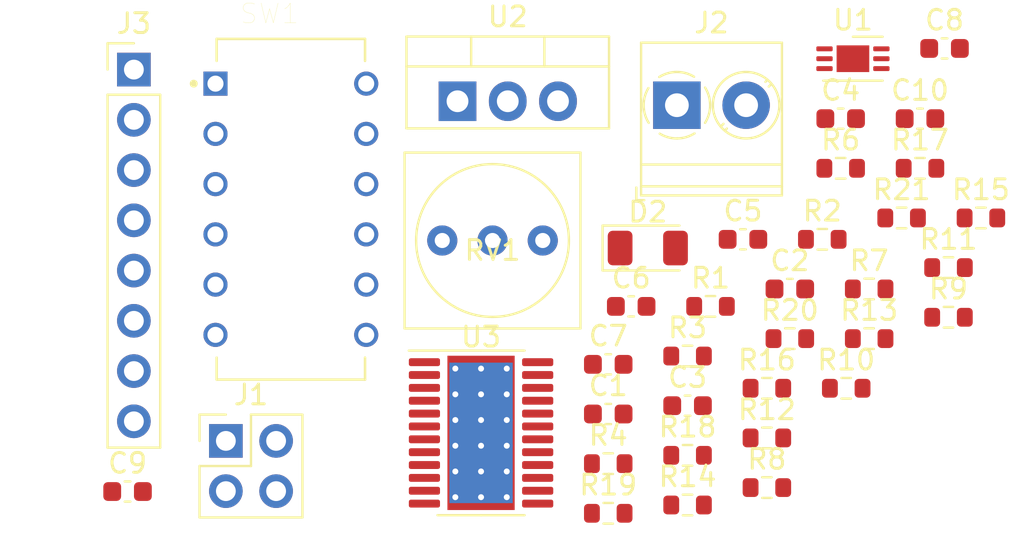
<source format=kicad_pcb>
(kicad_pcb (version 20171130) (host pcbnew "(5.1.8)-1")

  (general
    (thickness 1.6)
    (drawings 0)
    (tracks 0)
    (zones 0)
    (modules 39)
    (nets 33)
  )

  (page A4)
  (layers
    (0 F.Cu signal)
    (31 B.Cu signal)
    (32 B.Adhes user)
    (33 F.Adhes user)
    (34 B.Paste user)
    (35 F.Paste user)
    (36 B.SilkS user)
    (37 F.SilkS user)
    (38 B.Mask user)
    (39 F.Mask user)
    (40 Dwgs.User user)
    (41 Cmts.User user)
    (42 Eco1.User user)
    (43 Eco2.User user)
    (44 Edge.Cuts user)
    (45 Margin user)
    (46 B.CrtYd user)
    (47 F.CrtYd user)
    (48 B.Fab user)
    (49 F.Fab user)
  )

  (setup
    (last_trace_width 0.25)
    (user_trace_width 0.4)
    (trace_clearance 0.2)
    (zone_clearance 0.508)
    (zone_45_only no)
    (trace_min 0.2)
    (via_size 0.8)
    (via_drill 0.4)
    (via_min_size 0.45)
    (via_min_drill 0.2)
    (user_via 0.5 0.25)
    (uvia_size 0.3)
    (uvia_drill 0.1)
    (uvias_allowed no)
    (uvia_min_size 0.2)
    (uvia_min_drill 0.1)
    (edge_width 0.05)
    (segment_width 0.2)
    (pcb_text_width 0.3)
    (pcb_text_size 1.5 1.5)
    (mod_edge_width 0.12)
    (mod_text_size 1 1)
    (mod_text_width 0.15)
    (pad_size 1.524 1.524)
    (pad_drill 0.762)
    (pad_to_mask_clearance 0.05)
    (aux_axis_origin 0 0)
    (visible_elements FFFFFF7F)
    (pcbplotparams
      (layerselection 0x010fc_ffffffff)
      (usegerberextensions false)
      (usegerberattributes true)
      (usegerberadvancedattributes true)
      (creategerberjobfile true)
      (excludeedgelayer true)
      (linewidth 0.100000)
      (plotframeref false)
      (viasonmask false)
      (mode 1)
      (useauxorigin false)
      (hpglpennumber 1)
      (hpglpenspeed 20)
      (hpglpendiameter 15.000000)
      (psnegative false)
      (psa4output false)
      (plotreference true)
      (plotvalue true)
      (plotinvisibletext false)
      (padsonsilk false)
      (subtractmaskfromsilk false)
      (outputformat 1)
      (mirror false)
      (drillshape 1)
      (scaleselection 1)
      (outputdirectory ""))
  )

  (net 0 "")
  (net 1 GND)
  (net 2 +5V)
  (net 3 +12V)
  (net 4 /VINT)
  (net 5 "Net-(C7-Pad2)")
  (net 6 "Net-(C8-Pad2)")
  (net 7 "Net-(C9-Pad2)")
  (net 8 "Net-(C9-Pad1)")
  (net 9 "Net-(D2-Pad1)")
  (net 10 /FG)
  (net 11 /RD)
  (net 12 "Net-(J3-Pad1)")
  (net 13 "Net-(J3-Pad2)")
  (net 14 "Net-(J3-Pad3)")
  (net 15 /HU)
  (net 16 /HV)
  (net 17 /HW)
  (net 18 "Net-(R1-Pad2)")
  (net 19 /HBIAS)
  (net 20 "Net-(R6-Pad1)")
  (net 21 "Net-(R12-Pad1)")
  (net 22 "Net-(R14-Pad2)")
  (net 23 "Net-(R15-Pad1)")
  (net 24 "Net-(R16-Pad2)")
  (net 25 /BRKMOD)
  (net 26 /FR)
  (net 27 "Net-(R20-Pad2)")
  (net 28 "Net-(R21-Pad2)")
  (net 29 /IN)
  (net 30 /CMTMOD)
  (net 31 /DAA)
  (net 32 /PWM)

  (net_class Default "This is the default net class."
    (clearance 0.2)
    (trace_width 0.25)
    (via_dia 0.8)
    (via_drill 0.4)
    (uvia_dia 0.3)
    (uvia_drill 0.1)
    (add_net +12V)
    (add_net +5V)
    (add_net /BRKMOD)
    (add_net /CMTMOD)
    (add_net /DAA)
    (add_net /FG)
    (add_net /FR)
    (add_net /HBIAS)
    (add_net /HU)
    (add_net /HV)
    (add_net /HW)
    (add_net /IN)
    (add_net /PWM)
    (add_net /RD)
    (add_net /VINT)
    (add_net GND)
    (add_net "Net-(C7-Pad2)")
    (add_net "Net-(C8-Pad2)")
    (add_net "Net-(C9-Pad1)")
    (add_net "Net-(C9-Pad2)")
    (add_net "Net-(D2-Pad1)")
    (add_net "Net-(J3-Pad1)")
    (add_net "Net-(J3-Pad2)")
    (add_net "Net-(J3-Pad3)")
    (add_net "Net-(R1-Pad2)")
    (add_net "Net-(R12-Pad1)")
    (add_net "Net-(R14-Pad2)")
    (add_net "Net-(R15-Pad1)")
    (add_net "Net-(R16-Pad2)")
    (add_net "Net-(R20-Pad2)")
    (add_net "Net-(R21-Pad2)")
    (add_net "Net-(R6-Pad1)")
  )

  (module Capacitor_SMD:C_0603_1608Metric (layer F.Cu) (tedit 5F68FEEE) (tstamp 5FFE0B40)
    (at 164.235001 121.470001)
    (descr "Capacitor SMD 0603 (1608 Metric), square (rectangular) end terminal, IPC_7351 nominal, (Body size source: IPC-SM-782 page 76, https://www.pcb-3d.com/wordpress/wp-content/uploads/ipc-sm-782a_amendment_1_and_2.pdf), generated with kicad-footprint-generator")
    (tags capacitor)
    (path /5FA67BE7)
    (attr smd)
    (fp_text reference C1 (at 0 -1.43) (layer F.SilkS)
      (effects (font (size 1 1) (thickness 0.15)))
    )
    (fp_text value 0.1u (at 0 1.43) (layer F.Fab)
      (effects (font (size 1 1) (thickness 0.15)))
    )
    (fp_text user %R (at 0 0) (layer F.Fab)
      (effects (font (size 0.4 0.4) (thickness 0.06)))
    )
    (fp_line (start -0.8 0.4) (end -0.8 -0.4) (layer F.Fab) (width 0.1))
    (fp_line (start -0.8 -0.4) (end 0.8 -0.4) (layer F.Fab) (width 0.1))
    (fp_line (start 0.8 -0.4) (end 0.8 0.4) (layer F.Fab) (width 0.1))
    (fp_line (start 0.8 0.4) (end -0.8 0.4) (layer F.Fab) (width 0.1))
    (fp_line (start -0.14058 -0.51) (end 0.14058 -0.51) (layer F.SilkS) (width 0.12))
    (fp_line (start -0.14058 0.51) (end 0.14058 0.51) (layer F.SilkS) (width 0.12))
    (fp_line (start -1.48 0.73) (end -1.48 -0.73) (layer F.CrtYd) (width 0.05))
    (fp_line (start -1.48 -0.73) (end 1.48 -0.73) (layer F.CrtYd) (width 0.05))
    (fp_line (start 1.48 -0.73) (end 1.48 0.73) (layer F.CrtYd) (width 0.05))
    (fp_line (start 1.48 0.73) (end -1.48 0.73) (layer F.CrtYd) (width 0.05))
    (pad 2 smd roundrect (at 0.775 0) (size 0.9 0.95) (layers F.Cu F.Paste F.Mask) (roundrect_rratio 0.25)
      (net 1 GND))
    (pad 1 smd roundrect (at -0.775 0) (size 0.9 0.95) (layers F.Cu F.Paste F.Mask) (roundrect_rratio 0.25)
      (net 2 +5V))
    (model ${KISYS3DMOD}/Capacitor_SMD.3dshapes/C_0603_1608Metric.wrl
      (at (xyz 0 0 0))
      (scale (xyz 1 1 1))
      (rotate (xyz 0 0 0))
    )
  )

  (module Capacitor_SMD:C_0603_1608Metric (layer F.Cu) (tedit 5F68FEEE) (tstamp 5FFE0B51)
    (at 173.415001 115.150001)
    (descr "Capacitor SMD 0603 (1608 Metric), square (rectangular) end terminal, IPC_7351 nominal, (Body size source: IPC-SM-782 page 76, https://www.pcb-3d.com/wordpress/wp-content/uploads/ipc-sm-782a_amendment_1_and_2.pdf), generated with kicad-footprint-generator")
    (tags capacitor)
    (path /5FA66D53)
    (attr smd)
    (fp_text reference C2 (at 0 -1.43) (layer F.SilkS)
      (effects (font (size 1 1) (thickness 0.15)))
    )
    (fp_text value 0.1u (at 0 1.43) (layer F.Fab)
      (effects (font (size 1 1) (thickness 0.15)))
    )
    (fp_line (start 1.48 0.73) (end -1.48 0.73) (layer F.CrtYd) (width 0.05))
    (fp_line (start 1.48 -0.73) (end 1.48 0.73) (layer F.CrtYd) (width 0.05))
    (fp_line (start -1.48 -0.73) (end 1.48 -0.73) (layer F.CrtYd) (width 0.05))
    (fp_line (start -1.48 0.73) (end -1.48 -0.73) (layer F.CrtYd) (width 0.05))
    (fp_line (start -0.14058 0.51) (end 0.14058 0.51) (layer F.SilkS) (width 0.12))
    (fp_line (start -0.14058 -0.51) (end 0.14058 -0.51) (layer F.SilkS) (width 0.12))
    (fp_line (start 0.8 0.4) (end -0.8 0.4) (layer F.Fab) (width 0.1))
    (fp_line (start 0.8 -0.4) (end 0.8 0.4) (layer F.Fab) (width 0.1))
    (fp_line (start -0.8 -0.4) (end 0.8 -0.4) (layer F.Fab) (width 0.1))
    (fp_line (start -0.8 0.4) (end -0.8 -0.4) (layer F.Fab) (width 0.1))
    (fp_text user %R (at 0 0) (layer F.Fab)
      (effects (font (size 0.4 0.4) (thickness 0.06)))
    )
    (pad 1 smd roundrect (at -0.775 0) (size 0.9 0.95) (layers F.Cu F.Paste F.Mask) (roundrect_rratio 0.25)
      (net 2 +5V))
    (pad 2 smd roundrect (at 0.775 0) (size 0.9 0.95) (layers F.Cu F.Paste F.Mask) (roundrect_rratio 0.25)
      (net 1 GND))
    (model ${KISYS3DMOD}/Capacitor_SMD.3dshapes/C_0603_1608Metric.wrl
      (at (xyz 0 0 0))
      (scale (xyz 1 1 1))
      (rotate (xyz 0 0 0))
    )
  )

  (module Capacitor_SMD:C_0603_1608Metric (layer F.Cu) (tedit 5F68FEEE) (tstamp 5FFE0B62)
    (at 168.245001 121.050001)
    (descr "Capacitor SMD 0603 (1608 Metric), square (rectangular) end terminal, IPC_7351 nominal, (Body size source: IPC-SM-782 page 76, https://www.pcb-3d.com/wordpress/wp-content/uploads/ipc-sm-782a_amendment_1_and_2.pdf), generated with kicad-footprint-generator")
    (tags capacitor)
    (path /5FA4C83C)
    (attr smd)
    (fp_text reference C3 (at 0 -1.43) (layer F.SilkS)
      (effects (font (size 1 1) (thickness 0.15)))
    )
    (fp_text value 0.33u (at 0 1.43) (layer F.Fab)
      (effects (font (size 1 1) (thickness 0.15)))
    )
    (fp_text user %R (at 0 0) (layer F.Fab)
      (effects (font (size 0.4 0.4) (thickness 0.06)))
    )
    (fp_line (start -0.8 0.4) (end -0.8 -0.4) (layer F.Fab) (width 0.1))
    (fp_line (start -0.8 -0.4) (end 0.8 -0.4) (layer F.Fab) (width 0.1))
    (fp_line (start 0.8 -0.4) (end 0.8 0.4) (layer F.Fab) (width 0.1))
    (fp_line (start 0.8 0.4) (end -0.8 0.4) (layer F.Fab) (width 0.1))
    (fp_line (start -0.14058 -0.51) (end 0.14058 -0.51) (layer F.SilkS) (width 0.12))
    (fp_line (start -0.14058 0.51) (end 0.14058 0.51) (layer F.SilkS) (width 0.12))
    (fp_line (start -1.48 0.73) (end -1.48 -0.73) (layer F.CrtYd) (width 0.05))
    (fp_line (start -1.48 -0.73) (end 1.48 -0.73) (layer F.CrtYd) (width 0.05))
    (fp_line (start 1.48 -0.73) (end 1.48 0.73) (layer F.CrtYd) (width 0.05))
    (fp_line (start 1.48 0.73) (end -1.48 0.73) (layer F.CrtYd) (width 0.05))
    (pad 2 smd roundrect (at 0.775 0) (size 0.9 0.95) (layers F.Cu F.Paste F.Mask) (roundrect_rratio 0.25)
      (net 1 GND))
    (pad 1 smd roundrect (at -0.775 0) (size 0.9 0.95) (layers F.Cu F.Paste F.Mask) (roundrect_rratio 0.25)
      (net 3 +12V))
    (model ${KISYS3DMOD}/Capacitor_SMD.3dshapes/C_0603_1608Metric.wrl
      (at (xyz 0 0 0))
      (scale (xyz 1 1 1))
      (rotate (xyz 0 0 0))
    )
  )

  (module Capacitor_SMD:C_0603_1608Metric (layer F.Cu) (tedit 5F68FEEE) (tstamp 5FFE0B73)
    (at 175.985001 106.540001)
    (descr "Capacitor SMD 0603 (1608 Metric), square (rectangular) end terminal, IPC_7351 nominal, (Body size source: IPC-SM-782 page 76, https://www.pcb-3d.com/wordpress/wp-content/uploads/ipc-sm-782a_amendment_1_and_2.pdf), generated with kicad-footprint-generator")
    (tags capacitor)
    (path /5FA4CCCF)
    (attr smd)
    (fp_text reference C4 (at 0 -1.43) (layer F.SilkS)
      (effects (font (size 1 1) (thickness 0.15)))
    )
    (fp_text value 0.1u (at 0 1.43) (layer F.Fab)
      (effects (font (size 1 1) (thickness 0.15)))
    )
    (fp_line (start 1.48 0.73) (end -1.48 0.73) (layer F.CrtYd) (width 0.05))
    (fp_line (start 1.48 -0.73) (end 1.48 0.73) (layer F.CrtYd) (width 0.05))
    (fp_line (start -1.48 -0.73) (end 1.48 -0.73) (layer F.CrtYd) (width 0.05))
    (fp_line (start -1.48 0.73) (end -1.48 -0.73) (layer F.CrtYd) (width 0.05))
    (fp_line (start -0.14058 0.51) (end 0.14058 0.51) (layer F.SilkS) (width 0.12))
    (fp_line (start -0.14058 -0.51) (end 0.14058 -0.51) (layer F.SilkS) (width 0.12))
    (fp_line (start 0.8 0.4) (end -0.8 0.4) (layer F.Fab) (width 0.1))
    (fp_line (start 0.8 -0.4) (end 0.8 0.4) (layer F.Fab) (width 0.1))
    (fp_line (start -0.8 -0.4) (end 0.8 -0.4) (layer F.Fab) (width 0.1))
    (fp_line (start -0.8 0.4) (end -0.8 -0.4) (layer F.Fab) (width 0.1))
    (fp_text user %R (at 0 0) (layer F.Fab)
      (effects (font (size 0.4 0.4) (thickness 0.06)))
    )
    (pad 1 smd roundrect (at -0.775 0) (size 0.9 0.95) (layers F.Cu F.Paste F.Mask) (roundrect_rratio 0.25)
      (net 2 +5V))
    (pad 2 smd roundrect (at 0.775 0) (size 0.9 0.95) (layers F.Cu F.Paste F.Mask) (roundrect_rratio 0.25)
      (net 1 GND))
    (model ${KISYS3DMOD}/Capacitor_SMD.3dshapes/C_0603_1608Metric.wrl
      (at (xyz 0 0 0))
      (scale (xyz 1 1 1))
      (rotate (xyz 0 0 0))
    )
  )

  (module Capacitor_SMD:C_0603_1608Metric (layer F.Cu) (tedit 5F68FEEE) (tstamp 5FFE0B84)
    (at 171.045001 112.640001)
    (descr "Capacitor SMD 0603 (1608 Metric), square (rectangular) end terminal, IPC_7351 nominal, (Body size source: IPC-SM-782 page 76, https://www.pcb-3d.com/wordpress/wp-content/uploads/ipc-sm-782a_amendment_1_and_2.pdf), generated with kicad-footprint-generator")
    (tags capacitor)
    (path /5F9F51E6)
    (attr smd)
    (fp_text reference C5 (at 0 -1.43) (layer F.SilkS)
      (effects (font (size 1 1) (thickness 0.15)))
    )
    (fp_text value 1u (at 0 1.43) (layer F.Fab)
      (effects (font (size 1 1) (thickness 0.15)))
    )
    (fp_line (start 1.48 0.73) (end -1.48 0.73) (layer F.CrtYd) (width 0.05))
    (fp_line (start 1.48 -0.73) (end 1.48 0.73) (layer F.CrtYd) (width 0.05))
    (fp_line (start -1.48 -0.73) (end 1.48 -0.73) (layer F.CrtYd) (width 0.05))
    (fp_line (start -1.48 0.73) (end -1.48 -0.73) (layer F.CrtYd) (width 0.05))
    (fp_line (start -0.14058 0.51) (end 0.14058 0.51) (layer F.SilkS) (width 0.12))
    (fp_line (start -0.14058 -0.51) (end 0.14058 -0.51) (layer F.SilkS) (width 0.12))
    (fp_line (start 0.8 0.4) (end -0.8 0.4) (layer F.Fab) (width 0.1))
    (fp_line (start 0.8 -0.4) (end 0.8 0.4) (layer F.Fab) (width 0.1))
    (fp_line (start -0.8 -0.4) (end 0.8 -0.4) (layer F.Fab) (width 0.1))
    (fp_line (start -0.8 0.4) (end -0.8 -0.4) (layer F.Fab) (width 0.1))
    (fp_text user %R (at 0 0) (layer F.Fab)
      (effects (font (size 0.4 0.4) (thickness 0.06)))
    )
    (pad 1 smd roundrect (at -0.775 0) (size 0.9 0.95) (layers F.Cu F.Paste F.Mask) (roundrect_rratio 0.25)
      (net 1 GND))
    (pad 2 smd roundrect (at 0.775 0) (size 0.9 0.95) (layers F.Cu F.Paste F.Mask) (roundrect_rratio 0.25)
      (net 2 +5V))
    (model ${KISYS3DMOD}/Capacitor_SMD.3dshapes/C_0603_1608Metric.wrl
      (at (xyz 0 0 0))
      (scale (xyz 1 1 1))
      (rotate (xyz 0 0 0))
    )
  )

  (module Capacitor_SMD:C_0603_1608Metric (layer F.Cu) (tedit 5F68FEEE) (tstamp 5FFE0B95)
    (at 165.395001 116.030001)
    (descr "Capacitor SMD 0603 (1608 Metric), square (rectangular) end terminal, IPC_7351 nominal, (Body size source: IPC-SM-782 page 76, https://www.pcb-3d.com/wordpress/wp-content/uploads/ipc-sm-782a_amendment_1_and_2.pdf), generated with kicad-footprint-generator")
    (tags capacitor)
    (path /5F9F478B)
    (attr smd)
    (fp_text reference C6 (at 0 -1.43) (layer F.SilkS)
      (effects (font (size 1 1) (thickness 0.15)))
    )
    (fp_text value 2.2u (at 0 1.43) (layer F.Fab)
      (effects (font (size 1 1) (thickness 0.15)))
    )
    (fp_line (start 1.48 0.73) (end -1.48 0.73) (layer F.CrtYd) (width 0.05))
    (fp_line (start 1.48 -0.73) (end 1.48 0.73) (layer F.CrtYd) (width 0.05))
    (fp_line (start -1.48 -0.73) (end 1.48 -0.73) (layer F.CrtYd) (width 0.05))
    (fp_line (start -1.48 0.73) (end -1.48 -0.73) (layer F.CrtYd) (width 0.05))
    (fp_line (start -0.14058 0.51) (end 0.14058 0.51) (layer F.SilkS) (width 0.12))
    (fp_line (start -0.14058 -0.51) (end 0.14058 -0.51) (layer F.SilkS) (width 0.12))
    (fp_line (start 0.8 0.4) (end -0.8 0.4) (layer F.Fab) (width 0.1))
    (fp_line (start 0.8 -0.4) (end 0.8 0.4) (layer F.Fab) (width 0.1))
    (fp_line (start -0.8 -0.4) (end 0.8 -0.4) (layer F.Fab) (width 0.1))
    (fp_line (start -0.8 0.4) (end -0.8 -0.4) (layer F.Fab) (width 0.1))
    (fp_text user %R (at 0 0) (layer F.Fab)
      (effects (font (size 0.4 0.4) (thickness 0.06)))
    )
    (pad 1 smd roundrect (at -0.775 0) (size 0.9 0.95) (layers F.Cu F.Paste F.Mask) (roundrect_rratio 0.25)
      (net 1 GND))
    (pad 2 smd roundrect (at 0.775 0) (size 0.9 0.95) (layers F.Cu F.Paste F.Mask) (roundrect_rratio 0.25)
      (net 4 /VINT))
    (model ${KISYS3DMOD}/Capacitor_SMD.3dshapes/C_0603_1608Metric.wrl
      (at (xyz 0 0 0))
      (scale (xyz 1 1 1))
      (rotate (xyz 0 0 0))
    )
  )

  (module Capacitor_SMD:C_0603_1608Metric (layer F.Cu) (tedit 5F68FEEE) (tstamp 5FFE0BA6)
    (at 164.235001 118.960001)
    (descr "Capacitor SMD 0603 (1608 Metric), square (rectangular) end terminal, IPC_7351 nominal, (Body size source: IPC-SM-782 page 76, https://www.pcb-3d.com/wordpress/wp-content/uploads/ipc-sm-782a_amendment_1_and_2.pdf), generated with kicad-footprint-generator")
    (tags capacitor)
    (path /5F9F8DC5)
    (attr smd)
    (fp_text reference C7 (at 0 -1.43) (layer F.SilkS)
      (effects (font (size 1 1) (thickness 0.15)))
    )
    (fp_text value 1u (at 0 1.43) (layer F.Fab)
      (effects (font (size 1 1) (thickness 0.15)))
    )
    (fp_line (start 1.48 0.73) (end -1.48 0.73) (layer F.CrtYd) (width 0.05))
    (fp_line (start 1.48 -0.73) (end 1.48 0.73) (layer F.CrtYd) (width 0.05))
    (fp_line (start -1.48 -0.73) (end 1.48 -0.73) (layer F.CrtYd) (width 0.05))
    (fp_line (start -1.48 0.73) (end -1.48 -0.73) (layer F.CrtYd) (width 0.05))
    (fp_line (start -0.14058 0.51) (end 0.14058 0.51) (layer F.SilkS) (width 0.12))
    (fp_line (start -0.14058 -0.51) (end 0.14058 -0.51) (layer F.SilkS) (width 0.12))
    (fp_line (start 0.8 0.4) (end -0.8 0.4) (layer F.Fab) (width 0.1))
    (fp_line (start 0.8 -0.4) (end 0.8 0.4) (layer F.Fab) (width 0.1))
    (fp_line (start -0.8 -0.4) (end 0.8 -0.4) (layer F.Fab) (width 0.1))
    (fp_line (start -0.8 0.4) (end -0.8 -0.4) (layer F.Fab) (width 0.1))
    (fp_text user %R (at 0 0) (layer F.Fab)
      (effects (font (size 0.4 0.4) (thickness 0.06)))
    )
    (pad 1 smd roundrect (at -0.775 0) (size 0.9 0.95) (layers F.Cu F.Paste F.Mask) (roundrect_rratio 0.25)
      (net 1 GND))
    (pad 2 smd roundrect (at 0.775 0) (size 0.9 0.95) (layers F.Cu F.Paste F.Mask) (roundrect_rratio 0.25)
      (net 5 "Net-(C7-Pad2)"))
    (model ${KISYS3DMOD}/Capacitor_SMD.3dshapes/C_0603_1608Metric.wrl
      (at (xyz 0 0 0))
      (scale (xyz 1 1 1))
      (rotate (xyz 0 0 0))
    )
  )

  (module Capacitor_SMD:C_0603_1608Metric (layer F.Cu) (tedit 5F68FEEE) (tstamp 5FFE0BB7)
    (at 181.235001 102.990001)
    (descr "Capacitor SMD 0603 (1608 Metric), square (rectangular) end terminal, IPC_7351 nominal, (Body size source: IPC-SM-782 page 76, https://www.pcb-3d.com/wordpress/wp-content/uploads/ipc-sm-782a_amendment_1_and_2.pdf), generated with kicad-footprint-generator")
    (tags capacitor)
    (path /5F9F5710)
    (attr smd)
    (fp_text reference C8 (at 0 -1.43) (layer F.SilkS)
      (effects (font (size 1 1) (thickness 0.15)))
    )
    (fp_text value 1u (at 0 1.43) (layer F.Fab)
      (effects (font (size 1 1) (thickness 0.15)))
    )
    (fp_text user %R (at 0 0) (layer F.Fab)
      (effects (font (size 0.4 0.4) (thickness 0.06)))
    )
    (fp_line (start -0.8 0.4) (end -0.8 -0.4) (layer F.Fab) (width 0.1))
    (fp_line (start -0.8 -0.4) (end 0.8 -0.4) (layer F.Fab) (width 0.1))
    (fp_line (start 0.8 -0.4) (end 0.8 0.4) (layer F.Fab) (width 0.1))
    (fp_line (start 0.8 0.4) (end -0.8 0.4) (layer F.Fab) (width 0.1))
    (fp_line (start -0.14058 -0.51) (end 0.14058 -0.51) (layer F.SilkS) (width 0.12))
    (fp_line (start -0.14058 0.51) (end 0.14058 0.51) (layer F.SilkS) (width 0.12))
    (fp_line (start -1.48 0.73) (end -1.48 -0.73) (layer F.CrtYd) (width 0.05))
    (fp_line (start -1.48 -0.73) (end 1.48 -0.73) (layer F.CrtYd) (width 0.05))
    (fp_line (start 1.48 -0.73) (end 1.48 0.73) (layer F.CrtYd) (width 0.05))
    (fp_line (start 1.48 0.73) (end -1.48 0.73) (layer F.CrtYd) (width 0.05))
    (pad 2 smd roundrect (at 0.775 0) (size 0.9 0.95) (layers F.Cu F.Paste F.Mask) (roundrect_rratio 0.25)
      (net 6 "Net-(C8-Pad2)"))
    (pad 1 smd roundrect (at -0.775 0) (size 0.9 0.95) (layers F.Cu F.Paste F.Mask) (roundrect_rratio 0.25)
      (net 2 +5V))
    (model ${KISYS3DMOD}/Capacitor_SMD.3dshapes/C_0603_1608Metric.wrl
      (at (xyz 0 0 0))
      (scale (xyz 1 1 1))
      (rotate (xyz 0 0 0))
    )
  )

  (module Capacitor_SMD:C_0603_1608Metric (layer F.Cu) (tedit 5F68FEEE) (tstamp 5FFE0BC8)
    (at 139.935001 125.390001)
    (descr "Capacitor SMD 0603 (1608 Metric), square (rectangular) end terminal, IPC_7351 nominal, (Body size source: IPC-SM-782 page 76, https://www.pcb-3d.com/wordpress/wp-content/uploads/ipc-sm-782a_amendment_1_and_2.pdf), generated with kicad-footprint-generator")
    (tags capacitor)
    (path /5F9F3B2E)
    (attr smd)
    (fp_text reference C9 (at 0 -1.43) (layer F.SilkS)
      (effects (font (size 1 1) (thickness 0.15)))
    )
    (fp_text value 0.1u (at 0 1.43) (layer F.Fab)
      (effects (font (size 1 1) (thickness 0.15)))
    )
    (fp_text user %R (at 0 0) (layer F.Fab)
      (effects (font (size 0.4 0.4) (thickness 0.06)))
    )
    (fp_line (start -0.8 0.4) (end -0.8 -0.4) (layer F.Fab) (width 0.1))
    (fp_line (start -0.8 -0.4) (end 0.8 -0.4) (layer F.Fab) (width 0.1))
    (fp_line (start 0.8 -0.4) (end 0.8 0.4) (layer F.Fab) (width 0.1))
    (fp_line (start 0.8 0.4) (end -0.8 0.4) (layer F.Fab) (width 0.1))
    (fp_line (start -0.14058 -0.51) (end 0.14058 -0.51) (layer F.SilkS) (width 0.12))
    (fp_line (start -0.14058 0.51) (end 0.14058 0.51) (layer F.SilkS) (width 0.12))
    (fp_line (start -1.48 0.73) (end -1.48 -0.73) (layer F.CrtYd) (width 0.05))
    (fp_line (start -1.48 -0.73) (end 1.48 -0.73) (layer F.CrtYd) (width 0.05))
    (fp_line (start 1.48 -0.73) (end 1.48 0.73) (layer F.CrtYd) (width 0.05))
    (fp_line (start 1.48 0.73) (end -1.48 0.73) (layer F.CrtYd) (width 0.05))
    (pad 2 smd roundrect (at 0.775 0) (size 0.9 0.95) (layers F.Cu F.Paste F.Mask) (roundrect_rratio 0.25)
      (net 7 "Net-(C9-Pad2)"))
    (pad 1 smd roundrect (at -0.775 0) (size 0.9 0.95) (layers F.Cu F.Paste F.Mask) (roundrect_rratio 0.25)
      (net 8 "Net-(C9-Pad1)"))
    (model ${KISYS3DMOD}/Capacitor_SMD.3dshapes/C_0603_1608Metric.wrl
      (at (xyz 0 0 0))
      (scale (xyz 1 1 1))
      (rotate (xyz 0 0 0))
    )
  )

  (module Capacitor_SMD:C_0603_1608Metric (layer F.Cu) (tedit 5F68FEEE) (tstamp 5FFE0BD9)
    (at 179.995001 106.540001)
    (descr "Capacitor SMD 0603 (1608 Metric), square (rectangular) end terminal, IPC_7351 nominal, (Body size source: IPC-SM-782 page 76, https://www.pcb-3d.com/wordpress/wp-content/uploads/ipc-sm-782a_amendment_1_and_2.pdf), generated with kicad-footprint-generator")
    (tags capacitor)
    (path /5FE4181E)
    (attr smd)
    (fp_text reference C10 (at 0 -1.43) (layer F.SilkS)
      (effects (font (size 1 1) (thickness 0.15)))
    )
    (fp_text value 0.1u (at 0 1.43) (layer F.Fab)
      (effects (font (size 1 1) (thickness 0.15)))
    )
    (fp_text user %R (at 0 0) (layer F.Fab)
      (effects (font (size 0.4 0.4) (thickness 0.06)))
    )
    (fp_line (start -0.8 0.4) (end -0.8 -0.4) (layer F.Fab) (width 0.1))
    (fp_line (start -0.8 -0.4) (end 0.8 -0.4) (layer F.Fab) (width 0.1))
    (fp_line (start 0.8 -0.4) (end 0.8 0.4) (layer F.Fab) (width 0.1))
    (fp_line (start 0.8 0.4) (end -0.8 0.4) (layer F.Fab) (width 0.1))
    (fp_line (start -0.14058 -0.51) (end 0.14058 -0.51) (layer F.SilkS) (width 0.12))
    (fp_line (start -0.14058 0.51) (end 0.14058 0.51) (layer F.SilkS) (width 0.12))
    (fp_line (start -1.48 0.73) (end -1.48 -0.73) (layer F.CrtYd) (width 0.05))
    (fp_line (start -1.48 -0.73) (end 1.48 -0.73) (layer F.CrtYd) (width 0.05))
    (fp_line (start 1.48 -0.73) (end 1.48 0.73) (layer F.CrtYd) (width 0.05))
    (fp_line (start 1.48 0.73) (end -1.48 0.73) (layer F.CrtYd) (width 0.05))
    (pad 2 smd roundrect (at 0.775 0) (size 0.9 0.95) (layers F.Cu F.Paste F.Mask) (roundrect_rratio 0.25)
      (net 2 +5V))
    (pad 1 smd roundrect (at -0.775 0) (size 0.9 0.95) (layers F.Cu F.Paste F.Mask) (roundrect_rratio 0.25)
      (net 1 GND))
    (model ${KISYS3DMOD}/Capacitor_SMD.3dshapes/C_0603_1608Metric.wrl
      (at (xyz 0 0 0))
      (scale (xyz 1 1 1))
      (rotate (xyz 0 0 0))
    )
  )

  (module LED_SMD:LED_1206_3216Metric (layer F.Cu) (tedit 5F68FEF1) (tstamp 5FFE0BEC)
    (at 166.235001 113.080001)
    (descr "LED SMD 1206 (3216 Metric), square (rectangular) end terminal, IPC_7351 nominal, (Body size source: http://www.tortai-tech.com/upload/download/2011102023233369053.pdf), generated with kicad-footprint-generator")
    (tags LED)
    (path /5FA9791C)
    (attr smd)
    (fp_text reference D2 (at 0 -1.82) (layer F.SilkS)
      (effects (font (size 1 1) (thickness 0.15)))
    )
    (fp_text value LED (at 0 1.82) (layer F.Fab)
      (effects (font (size 1 1) (thickness 0.15)))
    )
    (fp_line (start 2.28 1.12) (end -2.28 1.12) (layer F.CrtYd) (width 0.05))
    (fp_line (start 2.28 -1.12) (end 2.28 1.12) (layer F.CrtYd) (width 0.05))
    (fp_line (start -2.28 -1.12) (end 2.28 -1.12) (layer F.CrtYd) (width 0.05))
    (fp_line (start -2.28 1.12) (end -2.28 -1.12) (layer F.CrtYd) (width 0.05))
    (fp_line (start -2.285 1.135) (end 1.6 1.135) (layer F.SilkS) (width 0.12))
    (fp_line (start -2.285 -1.135) (end -2.285 1.135) (layer F.SilkS) (width 0.12))
    (fp_line (start 1.6 -1.135) (end -2.285 -1.135) (layer F.SilkS) (width 0.12))
    (fp_line (start 1.6 0.8) (end 1.6 -0.8) (layer F.Fab) (width 0.1))
    (fp_line (start -1.6 0.8) (end 1.6 0.8) (layer F.Fab) (width 0.1))
    (fp_line (start -1.6 -0.4) (end -1.6 0.8) (layer F.Fab) (width 0.1))
    (fp_line (start -1.2 -0.8) (end -1.6 -0.4) (layer F.Fab) (width 0.1))
    (fp_line (start 1.6 -0.8) (end -1.2 -0.8) (layer F.Fab) (width 0.1))
    (fp_text user %R (at 0 0) (layer F.Fab)
      (effects (font (size 0.8 0.8) (thickness 0.12)))
    )
    (pad 1 smd roundrect (at -1.4 0) (size 1.25 1.75) (layers F.Cu F.Paste F.Mask) (roundrect_rratio 0.2)
      (net 9 "Net-(D2-Pad1)"))
    (pad 2 smd roundrect (at 1.4 0) (size 1.25 1.75) (layers F.Cu F.Paste F.Mask) (roundrect_rratio 0.2)
      (net 2 +5V))
    (model ${KISYS3DMOD}/LED_SMD.3dshapes/LED_1206_3216Metric.wrl
      (at (xyz 0 0 0))
      (scale (xyz 1 1 1))
      (rotate (xyz 0 0 0))
    )
  )

  (module Connector_PinHeader_2.54mm:PinHeader_2x02_P2.54mm_Vertical (layer F.Cu) (tedit 59FED5CC) (tstamp 5FFE0C06)
    (at 144.905001 122.830001)
    (descr "Through hole straight pin header, 2x02, 2.54mm pitch, double rows")
    (tags "Through hole pin header THT 2x02 2.54mm double row")
    (path /5FE5E8CA)
    (fp_text reference J1 (at 1.27 -2.33) (layer F.SilkS)
      (effects (font (size 1 1) (thickness 0.15)))
    )
    (fp_text value Conn_02x02_Counter_Clockwise (at 1.27 4.87) (layer F.Fab)
      (effects (font (size 1 1) (thickness 0.15)))
    )
    (fp_line (start 4.35 -1.8) (end -1.8 -1.8) (layer F.CrtYd) (width 0.05))
    (fp_line (start 4.35 4.35) (end 4.35 -1.8) (layer F.CrtYd) (width 0.05))
    (fp_line (start -1.8 4.35) (end 4.35 4.35) (layer F.CrtYd) (width 0.05))
    (fp_line (start -1.8 -1.8) (end -1.8 4.35) (layer F.CrtYd) (width 0.05))
    (fp_line (start -1.33 -1.33) (end 0 -1.33) (layer F.SilkS) (width 0.12))
    (fp_line (start -1.33 0) (end -1.33 -1.33) (layer F.SilkS) (width 0.12))
    (fp_line (start 1.27 -1.33) (end 3.87 -1.33) (layer F.SilkS) (width 0.12))
    (fp_line (start 1.27 1.27) (end 1.27 -1.33) (layer F.SilkS) (width 0.12))
    (fp_line (start -1.33 1.27) (end 1.27 1.27) (layer F.SilkS) (width 0.12))
    (fp_line (start 3.87 -1.33) (end 3.87 3.87) (layer F.SilkS) (width 0.12))
    (fp_line (start -1.33 1.27) (end -1.33 3.87) (layer F.SilkS) (width 0.12))
    (fp_line (start -1.33 3.87) (end 3.87 3.87) (layer F.SilkS) (width 0.12))
    (fp_line (start -1.27 0) (end 0 -1.27) (layer F.Fab) (width 0.1))
    (fp_line (start -1.27 3.81) (end -1.27 0) (layer F.Fab) (width 0.1))
    (fp_line (start 3.81 3.81) (end -1.27 3.81) (layer F.Fab) (width 0.1))
    (fp_line (start 3.81 -1.27) (end 3.81 3.81) (layer F.Fab) (width 0.1))
    (fp_line (start 0 -1.27) (end 3.81 -1.27) (layer F.Fab) (width 0.1))
    (fp_text user %R (at 1.27 1.27 90) (layer F.Fab)
      (effects (font (size 1 1) (thickness 0.15)))
    )
    (pad 1 thru_hole rect (at 0 0) (size 1.7 1.7) (drill 1) (layers *.Cu *.Mask)
      (net 10 /FG))
    (pad 2 thru_hole oval (at 2.54 0) (size 1.7 1.7) (drill 1) (layers *.Cu *.Mask)
      (net 1 GND))
    (pad 3 thru_hole oval (at 0 2.54) (size 1.7 1.7) (drill 1) (layers *.Cu *.Mask)
      (net 1 GND))
    (pad 4 thru_hole oval (at 2.54 2.54) (size 1.7 1.7) (drill 1) (layers *.Cu *.Mask)
      (net 11 /RD))
    (model ${KISYS3DMOD}/Connector_PinHeader_2.54mm.3dshapes/PinHeader_2x02_P2.54mm_Vertical.wrl
      (at (xyz 0 0 0))
      (scale (xyz 1 1 1))
      (rotate (xyz 0 0 0))
    )
  )

  (module TerminalBlock_Phoenix:TerminalBlock_Phoenix_PT-1,5-2-3.5-H_1x02_P3.50mm_Horizontal (layer F.Cu) (tedit 5B294F3F) (tstamp 5FFE0C30)
    (at 167.705001 105.860001)
    (descr "Terminal Block Phoenix PT-1,5-2-3.5-H, 2 pins, pitch 3.5mm, size 7x7.6mm^2, drill diamater 1.2mm, pad diameter 2.4mm, see , script-generated using https://github.com/pointhi/kicad-footprint-generator/scripts/TerminalBlock_Phoenix")
    (tags "THT Terminal Block Phoenix PT-1,5-2-3.5-H pitch 3.5mm size 7x7.6mm^2 drill 1.2mm pad 2.4mm")
    (path /5FA59775)
    (fp_text reference J2 (at 1.75 -4.16) (layer F.SilkS)
      (effects (font (size 1 1) (thickness 0.15)))
    )
    (fp_text value Screw_Terminal_01x02 (at 1.75 5.56) (layer F.Fab)
      (effects (font (size 1 1) (thickness 0.15)))
    )
    (fp_line (start 5.75 -3.6) (end -2.25 -3.6) (layer F.CrtYd) (width 0.05))
    (fp_line (start 5.75 5) (end 5.75 -3.6) (layer F.CrtYd) (width 0.05))
    (fp_line (start -2.25 5) (end 5.75 5) (layer F.CrtYd) (width 0.05))
    (fp_line (start -2.25 -3.6) (end -2.25 5) (layer F.CrtYd) (width 0.05))
    (fp_line (start -2.05 4.8) (end -1.65 4.8) (layer F.SilkS) (width 0.12))
    (fp_line (start -2.05 4.16) (end -2.05 4.8) (layer F.SilkS) (width 0.12))
    (fp_line (start 2.355 0.941) (end 2.226 1.069) (layer F.SilkS) (width 0.12))
    (fp_line (start 4.57 -1.275) (end 4.476 -1.181) (layer F.SilkS) (width 0.12))
    (fp_line (start 2.525 1.181) (end 2.431 1.274) (layer F.SilkS) (width 0.12))
    (fp_line (start 4.775 -1.069) (end 4.646 -0.941) (layer F.SilkS) (width 0.12))
    (fp_line (start 4.455 -1.138) (end 2.363 0.955) (layer F.Fab) (width 0.1))
    (fp_line (start 4.638 -0.955) (end 2.546 1.138) (layer F.Fab) (width 0.1))
    (fp_line (start 0.955 -1.138) (end -1.138 0.955) (layer F.Fab) (width 0.1))
    (fp_line (start 1.138 -0.955) (end -0.955 1.138) (layer F.Fab) (width 0.1))
    (fp_line (start 5.31 -3.16) (end 5.31 4.56) (layer F.SilkS) (width 0.12))
    (fp_line (start -1.81 -3.16) (end -1.81 4.56) (layer F.SilkS) (width 0.12))
    (fp_line (start -1.81 4.56) (end 5.31 4.56) (layer F.SilkS) (width 0.12))
    (fp_line (start -1.81 -3.16) (end 5.31 -3.16) (layer F.SilkS) (width 0.12))
    (fp_line (start -1.81 3) (end 5.31 3) (layer F.SilkS) (width 0.12))
    (fp_line (start -1.75 3) (end 5.25 3) (layer F.Fab) (width 0.1))
    (fp_line (start -1.81 4.1) (end 5.31 4.1) (layer F.SilkS) (width 0.12))
    (fp_line (start -1.75 4.1) (end 5.25 4.1) (layer F.Fab) (width 0.1))
    (fp_line (start -1.75 4.1) (end -1.75 -3.1) (layer F.Fab) (width 0.1))
    (fp_line (start -1.35 4.5) (end -1.75 4.1) (layer F.Fab) (width 0.1))
    (fp_line (start 5.25 4.5) (end -1.35 4.5) (layer F.Fab) (width 0.1))
    (fp_line (start 5.25 -3.1) (end 5.25 4.5) (layer F.Fab) (width 0.1))
    (fp_line (start -1.75 -3.1) (end 5.25 -3.1) (layer F.Fab) (width 0.1))
    (fp_circle (center 3.5 0) (end 5.18 0) (layer F.SilkS) (width 0.12))
    (fp_circle (center 3.5 0) (end 5 0) (layer F.Fab) (width 0.1))
    (fp_circle (center 0 0) (end 1.5 0) (layer F.Fab) (width 0.1))
    (fp_arc (start 0 0) (end 0 1.68) (angle -32) (layer F.SilkS) (width 0.12))
    (fp_arc (start 0 0) (end 1.425 0.891) (angle -64) (layer F.SilkS) (width 0.12))
    (fp_arc (start 0 0) (end 0.866 -1.44) (angle -63) (layer F.SilkS) (width 0.12))
    (fp_arc (start 0 0) (end -1.44 -0.866) (angle -63) (layer F.SilkS) (width 0.12))
    (fp_arc (start 0 0) (end -0.866 1.44) (angle -32) (layer F.SilkS) (width 0.12))
    (fp_text user %R (at 1.75 2.4) (layer F.Fab)
      (effects (font (size 1 1) (thickness 0.15)))
    )
    (pad 1 thru_hole rect (at 0 0) (size 2.4 2.4) (drill 1.2) (layers *.Cu *.Mask)
      (net 3 +12V))
    (pad 2 thru_hole circle (at 3.5 0) (size 2.4 2.4) (drill 1.2) (layers *.Cu *.Mask)
      (net 1 GND))
    (model ${KISYS3DMOD}/TerminalBlock_Phoenix.3dshapes/TerminalBlock_Phoenix_PT-1,5-2-3.5-H_1x02_P3.50mm_Horizontal.wrl
      (at (xyz 0 0 0))
      (scale (xyz 1 1 1))
      (rotate (xyz 0 0 0))
    )
  )

  (module Connector_PinHeader_2.54mm:PinHeader_1x08_P2.54mm_Vertical (layer F.Cu) (tedit 59FED5CC) (tstamp 5FFE0C4C)
    (at 140.255001 104.060001)
    (descr "Through hole straight pin header, 1x08, 2.54mm pitch, single row")
    (tags "Through hole pin header THT 1x08 2.54mm single row")
    (path /5FA7B2EB)
    (fp_text reference J3 (at 0 -2.33) (layer F.SilkS)
      (effects (font (size 1 1) (thickness 0.15)))
    )
    (fp_text value Conn_01x08_Male (at 0 20.11) (layer F.Fab)
      (effects (font (size 1 1) (thickness 0.15)))
    )
    (fp_line (start 1.8 -1.8) (end -1.8 -1.8) (layer F.CrtYd) (width 0.05))
    (fp_line (start 1.8 19.55) (end 1.8 -1.8) (layer F.CrtYd) (width 0.05))
    (fp_line (start -1.8 19.55) (end 1.8 19.55) (layer F.CrtYd) (width 0.05))
    (fp_line (start -1.8 -1.8) (end -1.8 19.55) (layer F.CrtYd) (width 0.05))
    (fp_line (start -1.33 -1.33) (end 0 -1.33) (layer F.SilkS) (width 0.12))
    (fp_line (start -1.33 0) (end -1.33 -1.33) (layer F.SilkS) (width 0.12))
    (fp_line (start -1.33 1.27) (end 1.33 1.27) (layer F.SilkS) (width 0.12))
    (fp_line (start 1.33 1.27) (end 1.33 19.11) (layer F.SilkS) (width 0.12))
    (fp_line (start -1.33 1.27) (end -1.33 19.11) (layer F.SilkS) (width 0.12))
    (fp_line (start -1.33 19.11) (end 1.33 19.11) (layer F.SilkS) (width 0.12))
    (fp_line (start -1.27 -0.635) (end -0.635 -1.27) (layer F.Fab) (width 0.1))
    (fp_line (start -1.27 19.05) (end -1.27 -0.635) (layer F.Fab) (width 0.1))
    (fp_line (start 1.27 19.05) (end -1.27 19.05) (layer F.Fab) (width 0.1))
    (fp_line (start 1.27 -1.27) (end 1.27 19.05) (layer F.Fab) (width 0.1))
    (fp_line (start -0.635 -1.27) (end 1.27 -1.27) (layer F.Fab) (width 0.1))
    (fp_text user %R (at 0 8.89 90) (layer F.Fab)
      (effects (font (size 1 1) (thickness 0.15)))
    )
    (pad 1 thru_hole rect (at 0 0) (size 1.7 1.7) (drill 1) (layers *.Cu *.Mask)
      (net 12 "Net-(J3-Pad1)"))
    (pad 2 thru_hole oval (at 0 2.54) (size 1.7 1.7) (drill 1) (layers *.Cu *.Mask)
      (net 13 "Net-(J3-Pad2)"))
    (pad 3 thru_hole oval (at 0 5.08) (size 1.7 1.7) (drill 1) (layers *.Cu *.Mask)
      (net 14 "Net-(J3-Pad3)"))
    (pad 4 thru_hole oval (at 0 7.62) (size 1.7 1.7) (drill 1) (layers *.Cu *.Mask)
      (net 1 GND))
    (pad 5 thru_hole oval (at 0 10.16) (size 1.7 1.7) (drill 1) (layers *.Cu *.Mask)
      (net 2 +5V))
    (pad 6 thru_hole oval (at 0 12.7) (size 1.7 1.7) (drill 1) (layers *.Cu *.Mask)
      (net 15 /HU))
    (pad 7 thru_hole oval (at 0 15.24) (size 1.7 1.7) (drill 1) (layers *.Cu *.Mask)
      (net 16 /HV))
    (pad 8 thru_hole oval (at 0 17.78) (size 1.7 1.7) (drill 1) (layers *.Cu *.Mask)
      (net 17 /HW))
    (model ${KISYS3DMOD}/Connector_PinHeader_2.54mm.3dshapes/PinHeader_1x08_P2.54mm_Vertical.wrl
      (at (xyz 0 0 0))
      (scale (xyz 1 1 1))
      (rotate (xyz 0 0 0))
    )
  )

  (module Resistor_SMD:R_0603_1608Metric (layer F.Cu) (tedit 5F68FEEE) (tstamp 5FFE0C5D)
    (at 169.405001 116.030001)
    (descr "Resistor SMD 0603 (1608 Metric), square (rectangular) end terminal, IPC_7351 nominal, (Body size source: IPC-SM-782 page 72, https://www.pcb-3d.com/wordpress/wp-content/uploads/ipc-sm-782a_amendment_1_and_2.pdf), generated with kicad-footprint-generator")
    (tags resistor)
    (path /5FD656A8)
    (attr smd)
    (fp_text reference R1 (at 0 -1.43) (layer F.SilkS)
      (effects (font (size 1 1) (thickness 0.15)))
    )
    (fp_text value 102k (at 0 1.43) (layer F.Fab)
      (effects (font (size 1 1) (thickness 0.15)))
    )
    (fp_text user %R (at 0 0) (layer F.Fab)
      (effects (font (size 0.4 0.4) (thickness 0.06)))
    )
    (fp_line (start -0.8 0.4125) (end -0.8 -0.4125) (layer F.Fab) (width 0.1))
    (fp_line (start -0.8 -0.4125) (end 0.8 -0.4125) (layer F.Fab) (width 0.1))
    (fp_line (start 0.8 -0.4125) (end 0.8 0.4125) (layer F.Fab) (width 0.1))
    (fp_line (start 0.8 0.4125) (end -0.8 0.4125) (layer F.Fab) (width 0.1))
    (fp_line (start -0.237258 -0.5225) (end 0.237258 -0.5225) (layer F.SilkS) (width 0.12))
    (fp_line (start -0.237258 0.5225) (end 0.237258 0.5225) (layer F.SilkS) (width 0.12))
    (fp_line (start -1.48 0.73) (end -1.48 -0.73) (layer F.CrtYd) (width 0.05))
    (fp_line (start -1.48 -0.73) (end 1.48 -0.73) (layer F.CrtYd) (width 0.05))
    (fp_line (start 1.48 -0.73) (end 1.48 0.73) (layer F.CrtYd) (width 0.05))
    (fp_line (start 1.48 0.73) (end -1.48 0.73) (layer F.CrtYd) (width 0.05))
    (pad 2 smd roundrect (at 0.825 0) (size 0.8 0.95) (layers F.Cu F.Paste F.Mask) (roundrect_rratio 0.25)
      (net 18 "Net-(R1-Pad2)"))
    (pad 1 smd roundrect (at -0.825 0) (size 0.8 0.95) (layers F.Cu F.Paste F.Mask) (roundrect_rratio 0.25)
      (net 1 GND))
    (model ${KISYS3DMOD}/Resistor_SMD.3dshapes/R_0603_1608Metric.wrl
      (at (xyz 0 0 0))
      (scale (xyz 1 1 1))
      (rotate (xyz 0 0 0))
    )
  )

  (module Resistor_SMD:R_0603_1608Metric (layer F.Cu) (tedit 5F68FEEE) (tstamp 5FFE0C6E)
    (at 175.055001 112.640001)
    (descr "Resistor SMD 0603 (1608 Metric), square (rectangular) end terminal, IPC_7351 nominal, (Body size source: IPC-SM-782 page 72, https://www.pcb-3d.com/wordpress/wp-content/uploads/ipc-sm-782a_amendment_1_and_2.pdf), generated with kicad-footprint-generator")
    (tags resistor)
    (path /5FA27BC3)
    (attr smd)
    (fp_text reference R2 (at 0 -1.43) (layer F.SilkS)
      (effects (font (size 1 1) (thickness 0.15)))
    )
    (fp_text value 10k (at 0 1.43) (layer F.Fab)
      (effects (font (size 1 1) (thickness 0.15)))
    )
    (fp_text user %R (at 0 0) (layer F.Fab)
      (effects (font (size 0.4 0.4) (thickness 0.06)))
    )
    (fp_line (start -0.8 0.4125) (end -0.8 -0.4125) (layer F.Fab) (width 0.1))
    (fp_line (start -0.8 -0.4125) (end 0.8 -0.4125) (layer F.Fab) (width 0.1))
    (fp_line (start 0.8 -0.4125) (end 0.8 0.4125) (layer F.Fab) (width 0.1))
    (fp_line (start 0.8 0.4125) (end -0.8 0.4125) (layer F.Fab) (width 0.1))
    (fp_line (start -0.237258 -0.5225) (end 0.237258 -0.5225) (layer F.SilkS) (width 0.12))
    (fp_line (start -0.237258 0.5225) (end 0.237258 0.5225) (layer F.SilkS) (width 0.12))
    (fp_line (start -1.48 0.73) (end -1.48 -0.73) (layer F.CrtYd) (width 0.05))
    (fp_line (start -1.48 -0.73) (end 1.48 -0.73) (layer F.CrtYd) (width 0.05))
    (fp_line (start 1.48 -0.73) (end 1.48 0.73) (layer F.CrtYd) (width 0.05))
    (fp_line (start 1.48 0.73) (end -1.48 0.73) (layer F.CrtYd) (width 0.05))
    (pad 2 smd roundrect (at 0.825 0) (size 0.8 0.95) (layers F.Cu F.Paste F.Mask) (roundrect_rratio 0.25)
      (net 4 /VINT))
    (pad 1 smd roundrect (at -0.825 0) (size 0.8 0.95) (layers F.Cu F.Paste F.Mask) (roundrect_rratio 0.25)
      (net 19 /HBIAS))
    (model ${KISYS3DMOD}/Resistor_SMD.3dshapes/R_0603_1608Metric.wrl
      (at (xyz 0 0 0))
      (scale (xyz 1 1 1))
      (rotate (xyz 0 0 0))
    )
  )

  (module Resistor_SMD:R_0603_1608Metric (layer F.Cu) (tedit 5F68FEEE) (tstamp 5FFE0C7F)
    (at 168.245001 118.540001)
    (descr "Resistor SMD 0603 (1608 Metric), square (rectangular) end terminal, IPC_7351 nominal, (Body size source: IPC-SM-782 page 72, https://www.pcb-3d.com/wordpress/wp-content/uploads/ipc-sm-782a_amendment_1_and_2.pdf), generated with kicad-footprint-generator")
    (tags resistor)
    (path /5FA28A4B)
    (attr smd)
    (fp_text reference R3 (at 0 -1.43) (layer F.SilkS)
      (effects (font (size 1 1) (thickness 0.15)))
    )
    (fp_text value 10k (at 0 1.43) (layer F.Fab)
      (effects (font (size 1 1) (thickness 0.15)))
    )
    (fp_line (start 1.48 0.73) (end -1.48 0.73) (layer F.CrtYd) (width 0.05))
    (fp_line (start 1.48 -0.73) (end 1.48 0.73) (layer F.CrtYd) (width 0.05))
    (fp_line (start -1.48 -0.73) (end 1.48 -0.73) (layer F.CrtYd) (width 0.05))
    (fp_line (start -1.48 0.73) (end -1.48 -0.73) (layer F.CrtYd) (width 0.05))
    (fp_line (start -0.237258 0.5225) (end 0.237258 0.5225) (layer F.SilkS) (width 0.12))
    (fp_line (start -0.237258 -0.5225) (end 0.237258 -0.5225) (layer F.SilkS) (width 0.12))
    (fp_line (start 0.8 0.4125) (end -0.8 0.4125) (layer F.Fab) (width 0.1))
    (fp_line (start 0.8 -0.4125) (end 0.8 0.4125) (layer F.Fab) (width 0.1))
    (fp_line (start -0.8 -0.4125) (end 0.8 -0.4125) (layer F.Fab) (width 0.1))
    (fp_line (start -0.8 0.4125) (end -0.8 -0.4125) (layer F.Fab) (width 0.1))
    (fp_text user %R (at 0 0) (layer F.Fab)
      (effects (font (size 0.4 0.4) (thickness 0.06)))
    )
    (pad 1 smd roundrect (at -0.825 0) (size 0.8 0.95) (layers F.Cu F.Paste F.Mask) (roundrect_rratio 0.25)
      (net 1 GND))
    (pad 2 smd roundrect (at 0.825 0) (size 0.8 0.95) (layers F.Cu F.Paste F.Mask) (roundrect_rratio 0.25)
      (net 19 /HBIAS))
    (model ${KISYS3DMOD}/Resistor_SMD.3dshapes/R_0603_1608Metric.wrl
      (at (xyz 0 0 0))
      (scale (xyz 1 1 1))
      (rotate (xyz 0 0 0))
    )
  )

  (module Resistor_SMD:R_0603_1608Metric (layer F.Cu) (tedit 5F68FEEE) (tstamp 5FFE0C90)
    (at 164.235001 123.980001)
    (descr "Resistor SMD 0603 (1608 Metric), square (rectangular) end terminal, IPC_7351 nominal, (Body size source: IPC-SM-782 page 72, https://www.pcb-3d.com/wordpress/wp-content/uploads/ipc-sm-782a_amendment_1_and_2.pdf), generated with kicad-footprint-generator")
    (tags resistor)
    (path /5FA9C003)
    (attr smd)
    (fp_text reference R4 (at 0 -1.43) (layer F.SilkS)
      (effects (font (size 1 1) (thickness 0.15)))
    )
    (fp_text value 510 (at 0 1.43) (layer F.Fab)
      (effects (font (size 1 1) (thickness 0.15)))
    )
    (fp_line (start 1.48 0.73) (end -1.48 0.73) (layer F.CrtYd) (width 0.05))
    (fp_line (start 1.48 -0.73) (end 1.48 0.73) (layer F.CrtYd) (width 0.05))
    (fp_line (start -1.48 -0.73) (end 1.48 -0.73) (layer F.CrtYd) (width 0.05))
    (fp_line (start -1.48 0.73) (end -1.48 -0.73) (layer F.CrtYd) (width 0.05))
    (fp_line (start -0.237258 0.5225) (end 0.237258 0.5225) (layer F.SilkS) (width 0.12))
    (fp_line (start -0.237258 -0.5225) (end 0.237258 -0.5225) (layer F.SilkS) (width 0.12))
    (fp_line (start 0.8 0.4125) (end -0.8 0.4125) (layer F.Fab) (width 0.1))
    (fp_line (start 0.8 -0.4125) (end 0.8 0.4125) (layer F.Fab) (width 0.1))
    (fp_line (start -0.8 -0.4125) (end 0.8 -0.4125) (layer F.Fab) (width 0.1))
    (fp_line (start -0.8 0.4125) (end -0.8 -0.4125) (layer F.Fab) (width 0.1))
    (fp_text user %R (at 0 0) (layer F.Fab)
      (effects (font (size 0.4 0.4) (thickness 0.06)))
    )
    (pad 1 smd roundrect (at -0.825 0) (size 0.8 0.95) (layers F.Cu F.Paste F.Mask) (roundrect_rratio 0.25)
      (net 9 "Net-(D2-Pad1)"))
    (pad 2 smd roundrect (at 0.825 0) (size 0.8 0.95) (layers F.Cu F.Paste F.Mask) (roundrect_rratio 0.25)
      (net 1 GND))
    (model ${KISYS3DMOD}/Resistor_SMD.3dshapes/R_0603_1608Metric.wrl
      (at (xyz 0 0 0))
      (scale (xyz 1 1 1))
      (rotate (xyz 0 0 0))
    )
  )

  (module Resistor_SMD:R_0603_1608Metric (layer F.Cu) (tedit 5F68FEEE) (tstamp 5FFE0CA1)
    (at 175.985001 109.050001)
    (descr "Resistor SMD 0603 (1608 Metric), square (rectangular) end terminal, IPC_7351 nominal, (Body size source: IPC-SM-782 page 72, https://www.pcb-3d.com/wordpress/wp-content/uploads/ipc-sm-782a_amendment_1_and_2.pdf), generated with kicad-footprint-generator")
    (tags resistor)
    (path /5F9FCF64)
    (attr smd)
    (fp_text reference R6 (at 0 -1.43) (layer F.SilkS)
      (effects (font (size 1 1) (thickness 0.15)))
    )
    (fp_text value 200k (at 0 1.43) (layer F.Fab)
      (effects (font (size 1 1) (thickness 0.15)))
    )
    (fp_line (start 1.48 0.73) (end -1.48 0.73) (layer F.CrtYd) (width 0.05))
    (fp_line (start 1.48 -0.73) (end 1.48 0.73) (layer F.CrtYd) (width 0.05))
    (fp_line (start -1.48 -0.73) (end 1.48 -0.73) (layer F.CrtYd) (width 0.05))
    (fp_line (start -1.48 0.73) (end -1.48 -0.73) (layer F.CrtYd) (width 0.05))
    (fp_line (start -0.237258 0.5225) (end 0.237258 0.5225) (layer F.SilkS) (width 0.12))
    (fp_line (start -0.237258 -0.5225) (end 0.237258 -0.5225) (layer F.SilkS) (width 0.12))
    (fp_line (start 0.8 0.4125) (end -0.8 0.4125) (layer F.Fab) (width 0.1))
    (fp_line (start 0.8 -0.4125) (end 0.8 0.4125) (layer F.Fab) (width 0.1))
    (fp_line (start -0.8 -0.4125) (end 0.8 -0.4125) (layer F.Fab) (width 0.1))
    (fp_line (start -0.8 0.4125) (end -0.8 -0.4125) (layer F.Fab) (width 0.1))
    (fp_text user %R (at 0 0) (layer F.Fab)
      (effects (font (size 0.4 0.4) (thickness 0.06)))
    )
    (pad 1 smd roundrect (at -0.825 0) (size 0.8 0.95) (layers F.Cu F.Paste F.Mask) (roundrect_rratio 0.25)
      (net 20 "Net-(R6-Pad1)"))
    (pad 2 smd roundrect (at 0.825 0) (size 0.8 0.95) (layers F.Cu F.Paste F.Mask) (roundrect_rratio 0.25)
      (net 1 GND))
    (model ${KISYS3DMOD}/Resistor_SMD.3dshapes/R_0603_1608Metric.wrl
      (at (xyz 0 0 0))
      (scale (xyz 1 1 1))
      (rotate (xyz 0 0 0))
    )
  )

  (module Resistor_SMD:R_0603_1608Metric (layer F.Cu) (tedit 5F68FEEE) (tstamp 5FFE0CB2)
    (at 177.425001 115.150001)
    (descr "Resistor SMD 0603 (1608 Metric), square (rectangular) end terminal, IPC_7351 nominal, (Body size source: IPC-SM-782 page 72, https://www.pcb-3d.com/wordpress/wp-content/uploads/ipc-sm-782a_amendment_1_and_2.pdf), generated with kicad-footprint-generator")
    (tags resistor)
    (path /5F9F08E0)
    (attr smd)
    (fp_text reference R7 (at 0 -1.43) (layer F.SilkS)
      (effects (font (size 1 1) (thickness 0.15)))
    )
    (fp_text value 10k (at 0 1.43) (layer F.Fab)
      (effects (font (size 1 1) (thickness 0.15)))
    )
    (fp_line (start 1.48 0.73) (end -1.48 0.73) (layer F.CrtYd) (width 0.05))
    (fp_line (start 1.48 -0.73) (end 1.48 0.73) (layer F.CrtYd) (width 0.05))
    (fp_line (start -1.48 -0.73) (end 1.48 -0.73) (layer F.CrtYd) (width 0.05))
    (fp_line (start -1.48 0.73) (end -1.48 -0.73) (layer F.CrtYd) (width 0.05))
    (fp_line (start -0.237258 0.5225) (end 0.237258 0.5225) (layer F.SilkS) (width 0.12))
    (fp_line (start -0.237258 -0.5225) (end 0.237258 -0.5225) (layer F.SilkS) (width 0.12))
    (fp_line (start 0.8 0.4125) (end -0.8 0.4125) (layer F.Fab) (width 0.1))
    (fp_line (start 0.8 -0.4125) (end 0.8 0.4125) (layer F.Fab) (width 0.1))
    (fp_line (start -0.8 -0.4125) (end 0.8 -0.4125) (layer F.Fab) (width 0.1))
    (fp_line (start -0.8 0.4125) (end -0.8 -0.4125) (layer F.Fab) (width 0.1))
    (fp_text user %R (at 0 0) (layer F.Fab)
      (effects (font (size 0.4 0.4) (thickness 0.06)))
    )
    (pad 1 smd roundrect (at -0.825 0) (size 0.8 0.95) (layers F.Cu F.Paste F.Mask) (roundrect_rratio 0.25)
      (net 2 +5V))
    (pad 2 smd roundrect (at 0.825 0) (size 0.8 0.95) (layers F.Cu F.Paste F.Mask) (roundrect_rratio 0.25)
      (net 10 /FG))
    (model ${KISYS3DMOD}/Resistor_SMD.3dshapes/R_0603_1608Metric.wrl
      (at (xyz 0 0 0))
      (scale (xyz 1 1 1))
      (rotate (xyz 0 0 0))
    )
  )

  (module Resistor_SMD:R_0603_1608Metric (layer F.Cu) (tedit 5F68FEEE) (tstamp 5FFE0CC3)
    (at 172.255001 125.190001)
    (descr "Resistor SMD 0603 (1608 Metric), square (rectangular) end terminal, IPC_7351 nominal, (Body size source: IPC-SM-782 page 72, https://www.pcb-3d.com/wordpress/wp-content/uploads/ipc-sm-782a_amendment_1_and_2.pdf), generated with kicad-footprint-generator")
    (tags resistor)
    (path /5F9F004C)
    (attr smd)
    (fp_text reference R8 (at 0 -1.43) (layer F.SilkS)
      (effects (font (size 1 1) (thickness 0.15)))
    )
    (fp_text value 10k (at 0 1.43) (layer F.Fab)
      (effects (font (size 1 1) (thickness 0.15)))
    )
    (fp_text user %R (at 0 0) (layer F.Fab)
      (effects (font (size 0.4 0.4) (thickness 0.06)))
    )
    (fp_line (start -0.8 0.4125) (end -0.8 -0.4125) (layer F.Fab) (width 0.1))
    (fp_line (start -0.8 -0.4125) (end 0.8 -0.4125) (layer F.Fab) (width 0.1))
    (fp_line (start 0.8 -0.4125) (end 0.8 0.4125) (layer F.Fab) (width 0.1))
    (fp_line (start 0.8 0.4125) (end -0.8 0.4125) (layer F.Fab) (width 0.1))
    (fp_line (start -0.237258 -0.5225) (end 0.237258 -0.5225) (layer F.SilkS) (width 0.12))
    (fp_line (start -0.237258 0.5225) (end 0.237258 0.5225) (layer F.SilkS) (width 0.12))
    (fp_line (start -1.48 0.73) (end -1.48 -0.73) (layer F.CrtYd) (width 0.05))
    (fp_line (start -1.48 -0.73) (end 1.48 -0.73) (layer F.CrtYd) (width 0.05))
    (fp_line (start 1.48 -0.73) (end 1.48 0.73) (layer F.CrtYd) (width 0.05))
    (fp_line (start 1.48 0.73) (end -1.48 0.73) (layer F.CrtYd) (width 0.05))
    (pad 2 smd roundrect (at 0.825 0) (size 0.8 0.95) (layers F.Cu F.Paste F.Mask) (roundrect_rratio 0.25)
      (net 11 /RD))
    (pad 1 smd roundrect (at -0.825 0) (size 0.8 0.95) (layers F.Cu F.Paste F.Mask) (roundrect_rratio 0.25)
      (net 2 +5V))
    (model ${KISYS3DMOD}/Resistor_SMD.3dshapes/R_0603_1608Metric.wrl
      (at (xyz 0 0 0))
      (scale (xyz 1 1 1))
      (rotate (xyz 0 0 0))
    )
  )

  (module Resistor_SMD:R_0603_1608Metric (layer F.Cu) (tedit 5F68FEEE) (tstamp 5FFE0CD4)
    (at 181.435001 116.580001)
    (descr "Resistor SMD 0603 (1608 Metric), square (rectangular) end terminal, IPC_7351 nominal, (Body size source: IPC-SM-782 page 72, https://www.pcb-3d.com/wordpress/wp-content/uploads/ipc-sm-782a_amendment_1_and_2.pdf), generated with kicad-footprint-generator")
    (tags resistor)
    (path /5FA35415)
    (attr smd)
    (fp_text reference R9 (at 0 -1.43) (layer F.SilkS)
      (effects (font (size 1 1) (thickness 0.15)))
    )
    (fp_text value 3.3k (at 0 1.43) (layer F.Fab)
      (effects (font (size 1 1) (thickness 0.15)))
    )
    (fp_text user %R (at 0 0) (layer F.Fab)
      (effects (font (size 0.4 0.4) (thickness 0.06)))
    )
    (fp_line (start -0.8 0.4125) (end -0.8 -0.4125) (layer F.Fab) (width 0.1))
    (fp_line (start -0.8 -0.4125) (end 0.8 -0.4125) (layer F.Fab) (width 0.1))
    (fp_line (start 0.8 -0.4125) (end 0.8 0.4125) (layer F.Fab) (width 0.1))
    (fp_line (start 0.8 0.4125) (end -0.8 0.4125) (layer F.Fab) (width 0.1))
    (fp_line (start -0.237258 -0.5225) (end 0.237258 -0.5225) (layer F.SilkS) (width 0.12))
    (fp_line (start -0.237258 0.5225) (end 0.237258 0.5225) (layer F.SilkS) (width 0.12))
    (fp_line (start -1.48 0.73) (end -1.48 -0.73) (layer F.CrtYd) (width 0.05))
    (fp_line (start -1.48 -0.73) (end 1.48 -0.73) (layer F.CrtYd) (width 0.05))
    (fp_line (start 1.48 -0.73) (end 1.48 0.73) (layer F.CrtYd) (width 0.05))
    (fp_line (start 1.48 0.73) (end -1.48 0.73) (layer F.CrtYd) (width 0.05))
    (pad 2 smd roundrect (at 0.825 0) (size 0.8 0.95) (layers F.Cu F.Paste F.Mask) (roundrect_rratio 0.25)
      (net 4 /VINT))
    (pad 1 smd roundrect (at -0.825 0) (size 0.8 0.95) (layers F.Cu F.Paste F.Mask) (roundrect_rratio 0.25)
      (net 15 /HU))
    (model ${KISYS3DMOD}/Resistor_SMD.3dshapes/R_0603_1608Metric.wrl
      (at (xyz 0 0 0))
      (scale (xyz 1 1 1))
      (rotate (xyz 0 0 0))
    )
  )

  (module Resistor_SMD:R_0603_1608Metric (layer F.Cu) (tedit 5F68FEEE) (tstamp 5FFE0CE5)
    (at 176.265001 120.170001)
    (descr "Resistor SMD 0603 (1608 Metric), square (rectangular) end terminal, IPC_7351 nominal, (Body size source: IPC-SM-782 page 72, https://www.pcb-3d.com/wordpress/wp-content/uploads/ipc-sm-782a_amendment_1_and_2.pdf), generated with kicad-footprint-generator")
    (tags resistor)
    (path /5FA399C0)
    (attr smd)
    (fp_text reference R10 (at 0 -1.43) (layer F.SilkS)
      (effects (font (size 1 1) (thickness 0.15)))
    )
    (fp_text value 3.3k (at 0 1.43) (layer F.Fab)
      (effects (font (size 1 1) (thickness 0.15)))
    )
    (fp_line (start 1.48 0.73) (end -1.48 0.73) (layer F.CrtYd) (width 0.05))
    (fp_line (start 1.48 -0.73) (end 1.48 0.73) (layer F.CrtYd) (width 0.05))
    (fp_line (start -1.48 -0.73) (end 1.48 -0.73) (layer F.CrtYd) (width 0.05))
    (fp_line (start -1.48 0.73) (end -1.48 -0.73) (layer F.CrtYd) (width 0.05))
    (fp_line (start -0.237258 0.5225) (end 0.237258 0.5225) (layer F.SilkS) (width 0.12))
    (fp_line (start -0.237258 -0.5225) (end 0.237258 -0.5225) (layer F.SilkS) (width 0.12))
    (fp_line (start 0.8 0.4125) (end -0.8 0.4125) (layer F.Fab) (width 0.1))
    (fp_line (start 0.8 -0.4125) (end 0.8 0.4125) (layer F.Fab) (width 0.1))
    (fp_line (start -0.8 -0.4125) (end 0.8 -0.4125) (layer F.Fab) (width 0.1))
    (fp_line (start -0.8 0.4125) (end -0.8 -0.4125) (layer F.Fab) (width 0.1))
    (fp_text user %R (at 0 0) (layer F.Fab)
      (effects (font (size 0.4 0.4) (thickness 0.06)))
    )
    (pad 1 smd roundrect (at -0.825 0) (size 0.8 0.95) (layers F.Cu F.Paste F.Mask) (roundrect_rratio 0.25)
      (net 16 /HV))
    (pad 2 smd roundrect (at 0.825 0) (size 0.8 0.95) (layers F.Cu F.Paste F.Mask) (roundrect_rratio 0.25)
      (net 4 /VINT))
    (model ${KISYS3DMOD}/Resistor_SMD.3dshapes/R_0603_1608Metric.wrl
      (at (xyz 0 0 0))
      (scale (xyz 1 1 1))
      (rotate (xyz 0 0 0))
    )
  )

  (module Resistor_SMD:R_0603_1608Metric (layer F.Cu) (tedit 5F68FEEE) (tstamp 5FFE0CF6)
    (at 181.435001 114.070001)
    (descr "Resistor SMD 0603 (1608 Metric), square (rectangular) end terminal, IPC_7351 nominal, (Body size source: IPC-SM-782 page 72, https://www.pcb-3d.com/wordpress/wp-content/uploads/ipc-sm-782a_amendment_1_and_2.pdf), generated with kicad-footprint-generator")
    (tags resistor)
    (path /5FA39B78)
    (attr smd)
    (fp_text reference R11 (at 0 -1.43) (layer F.SilkS)
      (effects (font (size 1 1) (thickness 0.15)))
    )
    (fp_text value 3.3k (at 0 1.43) (layer F.Fab)
      (effects (font (size 1 1) (thickness 0.15)))
    )
    (fp_text user %R (at 0 0) (layer F.Fab)
      (effects (font (size 0.4 0.4) (thickness 0.06)))
    )
    (fp_line (start -0.8 0.4125) (end -0.8 -0.4125) (layer F.Fab) (width 0.1))
    (fp_line (start -0.8 -0.4125) (end 0.8 -0.4125) (layer F.Fab) (width 0.1))
    (fp_line (start 0.8 -0.4125) (end 0.8 0.4125) (layer F.Fab) (width 0.1))
    (fp_line (start 0.8 0.4125) (end -0.8 0.4125) (layer F.Fab) (width 0.1))
    (fp_line (start -0.237258 -0.5225) (end 0.237258 -0.5225) (layer F.SilkS) (width 0.12))
    (fp_line (start -0.237258 0.5225) (end 0.237258 0.5225) (layer F.SilkS) (width 0.12))
    (fp_line (start -1.48 0.73) (end -1.48 -0.73) (layer F.CrtYd) (width 0.05))
    (fp_line (start -1.48 -0.73) (end 1.48 -0.73) (layer F.CrtYd) (width 0.05))
    (fp_line (start 1.48 -0.73) (end 1.48 0.73) (layer F.CrtYd) (width 0.05))
    (fp_line (start 1.48 0.73) (end -1.48 0.73) (layer F.CrtYd) (width 0.05))
    (pad 2 smd roundrect (at 0.825 0) (size 0.8 0.95) (layers F.Cu F.Paste F.Mask) (roundrect_rratio 0.25)
      (net 4 /VINT))
    (pad 1 smd roundrect (at -0.825 0) (size 0.8 0.95) (layers F.Cu F.Paste F.Mask) (roundrect_rratio 0.25)
      (net 17 /HW))
    (model ${KISYS3DMOD}/Resistor_SMD.3dshapes/R_0603_1608Metric.wrl
      (at (xyz 0 0 0))
      (scale (xyz 1 1 1))
      (rotate (xyz 0 0 0))
    )
  )

  (module Resistor_SMD:R_0603_1608Metric (layer F.Cu) (tedit 5F68FEEE) (tstamp 5FFE0D07)
    (at 172.255001 122.680001)
    (descr "Resistor SMD 0603 (1608 Metric), square (rectangular) end terminal, IPC_7351 nominal, (Body size source: IPC-SM-782 page 72, https://www.pcb-3d.com/wordpress/wp-content/uploads/ipc-sm-782a_amendment_1_and_2.pdf), generated with kicad-footprint-generator")
    (tags resistor)
    (path /5FD4855E)
    (attr smd)
    (fp_text reference R12 (at 0 -1.43) (layer F.SilkS)
      (effects (font (size 1 1) (thickness 0.15)))
    )
    (fp_text value 619k (at 0 1.43) (layer F.Fab)
      (effects (font (size 1 1) (thickness 0.15)))
    )
    (fp_text user %R (at 0 0) (layer F.Fab)
      (effects (font (size 0.4 0.4) (thickness 0.06)))
    )
    (fp_line (start -0.8 0.4125) (end -0.8 -0.4125) (layer F.Fab) (width 0.1))
    (fp_line (start -0.8 -0.4125) (end 0.8 -0.4125) (layer F.Fab) (width 0.1))
    (fp_line (start 0.8 -0.4125) (end 0.8 0.4125) (layer F.Fab) (width 0.1))
    (fp_line (start 0.8 0.4125) (end -0.8 0.4125) (layer F.Fab) (width 0.1))
    (fp_line (start -0.237258 -0.5225) (end 0.237258 -0.5225) (layer F.SilkS) (width 0.12))
    (fp_line (start -0.237258 0.5225) (end 0.237258 0.5225) (layer F.SilkS) (width 0.12))
    (fp_line (start -1.48 0.73) (end -1.48 -0.73) (layer F.CrtYd) (width 0.05))
    (fp_line (start -1.48 -0.73) (end 1.48 -0.73) (layer F.CrtYd) (width 0.05))
    (fp_line (start 1.48 -0.73) (end 1.48 0.73) (layer F.CrtYd) (width 0.05))
    (fp_line (start 1.48 0.73) (end -1.48 0.73) (layer F.CrtYd) (width 0.05))
    (pad 2 smd roundrect (at 0.825 0) (size 0.8 0.95) (layers F.Cu F.Paste F.Mask) (roundrect_rratio 0.25)
      (net 1 GND))
    (pad 1 smd roundrect (at -0.825 0) (size 0.8 0.95) (layers F.Cu F.Paste F.Mask) (roundrect_rratio 0.25)
      (net 21 "Net-(R12-Pad1)"))
    (model ${KISYS3DMOD}/Resistor_SMD.3dshapes/R_0603_1608Metric.wrl
      (at (xyz 0 0 0))
      (scale (xyz 1 1 1))
      (rotate (xyz 0 0 0))
    )
  )

  (module Resistor_SMD:R_0603_1608Metric (layer F.Cu) (tedit 5F68FEEE) (tstamp 5FFE0D18)
    (at 177.425001 117.660001)
    (descr "Resistor SMD 0603 (1608 Metric), square (rectangular) end terminal, IPC_7351 nominal, (Body size source: IPC-SM-782 page 72, https://www.pcb-3d.com/wordpress/wp-content/uploads/ipc-sm-782a_amendment_1_and_2.pdf), generated with kicad-footprint-generator")
    (tags resistor)
    (path /5FD64D2B)
    (attr smd)
    (fp_text reference R13 (at 0 -1.43) (layer F.SilkS)
      (effects (font (size 1 1) (thickness 0.15)))
    )
    (fp_text value 976k (at 0 1.43) (layer F.Fab)
      (effects (font (size 1 1) (thickness 0.15)))
    )
    (fp_line (start 1.48 0.73) (end -1.48 0.73) (layer F.CrtYd) (width 0.05))
    (fp_line (start 1.48 -0.73) (end 1.48 0.73) (layer F.CrtYd) (width 0.05))
    (fp_line (start -1.48 -0.73) (end 1.48 -0.73) (layer F.CrtYd) (width 0.05))
    (fp_line (start -1.48 0.73) (end -1.48 -0.73) (layer F.CrtYd) (width 0.05))
    (fp_line (start -0.237258 0.5225) (end 0.237258 0.5225) (layer F.SilkS) (width 0.12))
    (fp_line (start -0.237258 -0.5225) (end 0.237258 -0.5225) (layer F.SilkS) (width 0.12))
    (fp_line (start 0.8 0.4125) (end -0.8 0.4125) (layer F.Fab) (width 0.1))
    (fp_line (start 0.8 -0.4125) (end 0.8 0.4125) (layer F.Fab) (width 0.1))
    (fp_line (start -0.8 -0.4125) (end 0.8 -0.4125) (layer F.Fab) (width 0.1))
    (fp_line (start -0.8 0.4125) (end -0.8 -0.4125) (layer F.Fab) (width 0.1))
    (fp_text user %R (at 0 0) (layer F.Fab)
      (effects (font (size 0.4 0.4) (thickness 0.06)))
    )
    (pad 1 smd roundrect (at -0.825 0) (size 0.8 0.95) (layers F.Cu F.Paste F.Mask) (roundrect_rratio 0.25)
      (net 18 "Net-(R1-Pad2)"))
    (pad 2 smd roundrect (at 0.825 0) (size 0.8 0.95) (layers F.Cu F.Paste F.Mask) (roundrect_rratio 0.25)
      (net 2 +5V))
    (model ${KISYS3DMOD}/Resistor_SMD.3dshapes/R_0603_1608Metric.wrl
      (at (xyz 0 0 0))
      (scale (xyz 1 1 1))
      (rotate (xyz 0 0 0))
    )
  )

  (module Resistor_SMD:R_0603_1608Metric (layer F.Cu) (tedit 5F68FEEE) (tstamp 5FFE0D29)
    (at 168.245001 126.070001)
    (descr "Resistor SMD 0603 (1608 Metric), square (rectangular) end terminal, IPC_7351 nominal, (Body size source: IPC-SM-782 page 72, https://www.pcb-3d.com/wordpress/wp-content/uploads/ipc-sm-782a_amendment_1_and_2.pdf), generated with kicad-footprint-generator")
    (tags resistor)
    (path /5FD9456F)
    (attr smd)
    (fp_text reference R14 (at 0 -1.43) (layer F.SilkS)
      (effects (font (size 1 1) (thickness 0.15)))
    )
    (fp_text value 50k (at 0 1.43) (layer F.Fab)
      (effects (font (size 1 1) (thickness 0.15)))
    )
    (fp_text user %R (at 0 0) (layer F.Fab)
      (effects (font (size 0.4 0.4) (thickness 0.06)))
    )
    (fp_line (start -0.8 0.4125) (end -0.8 -0.4125) (layer F.Fab) (width 0.1))
    (fp_line (start -0.8 -0.4125) (end 0.8 -0.4125) (layer F.Fab) (width 0.1))
    (fp_line (start 0.8 -0.4125) (end 0.8 0.4125) (layer F.Fab) (width 0.1))
    (fp_line (start 0.8 0.4125) (end -0.8 0.4125) (layer F.Fab) (width 0.1))
    (fp_line (start -0.237258 -0.5225) (end 0.237258 -0.5225) (layer F.SilkS) (width 0.12))
    (fp_line (start -0.237258 0.5225) (end 0.237258 0.5225) (layer F.SilkS) (width 0.12))
    (fp_line (start -1.48 0.73) (end -1.48 -0.73) (layer F.CrtYd) (width 0.05))
    (fp_line (start -1.48 -0.73) (end 1.48 -0.73) (layer F.CrtYd) (width 0.05))
    (fp_line (start 1.48 -0.73) (end 1.48 0.73) (layer F.CrtYd) (width 0.05))
    (fp_line (start 1.48 0.73) (end -1.48 0.73) (layer F.CrtYd) (width 0.05))
    (pad 2 smd roundrect (at 0.825 0) (size 0.8 0.95) (layers F.Cu F.Paste F.Mask) (roundrect_rratio 0.25)
      (net 22 "Net-(R14-Pad2)"))
    (pad 1 smd roundrect (at -0.825 0) (size 0.8 0.95) (layers F.Cu F.Paste F.Mask) (roundrect_rratio 0.25)
      (net 1 GND))
    (model ${KISYS3DMOD}/Resistor_SMD.3dshapes/R_0603_1608Metric.wrl
      (at (xyz 0 0 0))
      (scale (xyz 1 1 1))
      (rotate (xyz 0 0 0))
    )
  )

  (module Resistor_SMD:R_0603_1608Metric (layer F.Cu) (tedit 5F68FEEE) (tstamp 5FFE0D3A)
    (at 183.075001 111.560001)
    (descr "Resistor SMD 0603 (1608 Metric), square (rectangular) end terminal, IPC_7351 nominal, (Body size source: IPC-SM-782 page 72, https://www.pcb-3d.com/wordpress/wp-content/uploads/ipc-sm-782a_amendment_1_and_2.pdf), generated with kicad-footprint-generator")
    (tags resistor)
    (path /5FE7D689)
    (attr smd)
    (fp_text reference R15 (at 0 -1.43) (layer F.SilkS)
      (effects (font (size 1 1) (thickness 0.15)))
    )
    (fp_text value 1.25k (at 0 1.43) (layer F.Fab)
      (effects (font (size 1 1) (thickness 0.15)))
    )
    (fp_line (start 1.48 0.73) (end -1.48 0.73) (layer F.CrtYd) (width 0.05))
    (fp_line (start 1.48 -0.73) (end 1.48 0.73) (layer F.CrtYd) (width 0.05))
    (fp_line (start -1.48 -0.73) (end 1.48 -0.73) (layer F.CrtYd) (width 0.05))
    (fp_line (start -1.48 0.73) (end -1.48 -0.73) (layer F.CrtYd) (width 0.05))
    (fp_line (start -0.237258 0.5225) (end 0.237258 0.5225) (layer F.SilkS) (width 0.12))
    (fp_line (start -0.237258 -0.5225) (end 0.237258 -0.5225) (layer F.SilkS) (width 0.12))
    (fp_line (start 0.8 0.4125) (end -0.8 0.4125) (layer F.Fab) (width 0.1))
    (fp_line (start 0.8 -0.4125) (end 0.8 0.4125) (layer F.Fab) (width 0.1))
    (fp_line (start -0.8 -0.4125) (end 0.8 -0.4125) (layer F.Fab) (width 0.1))
    (fp_line (start -0.8 0.4125) (end -0.8 -0.4125) (layer F.Fab) (width 0.1))
    (fp_text user %R (at 0 0) (layer F.Fab)
      (effects (font (size 0.4 0.4) (thickness 0.06)))
    )
    (pad 1 smd roundrect (at -0.825 0) (size 0.8 0.95) (layers F.Cu F.Paste F.Mask) (roundrect_rratio 0.25)
      (net 23 "Net-(R15-Pad1)"))
    (pad 2 smd roundrect (at 0.825 0) (size 0.8 0.95) (layers F.Cu F.Paste F.Mask) (roundrect_rratio 0.25)
      (net 22 "Net-(R14-Pad2)"))
    (model ${KISYS3DMOD}/Resistor_SMD.3dshapes/R_0603_1608Metric.wrl
      (at (xyz 0 0 0))
      (scale (xyz 1 1 1))
      (rotate (xyz 0 0 0))
    )
  )

  (module Resistor_SMD:R_0603_1608Metric (layer F.Cu) (tedit 5F68FEEE) (tstamp 5FFE0D4B)
    (at 172.255001 120.170001)
    (descr "Resistor SMD 0603 (1608 Metric), square (rectangular) end terminal, IPC_7351 nominal, (Body size source: IPC-SM-782 page 72, https://www.pcb-3d.com/wordpress/wp-content/uploads/ipc-sm-782a_amendment_1_and_2.pdf), generated with kicad-footprint-generator")
    (tags resistor)
    (path /5FE7DB53)
    (attr smd)
    (fp_text reference R16 (at 0 -1.43) (layer F.SilkS)
      (effects (font (size 1 1) (thickness 0.15)))
    )
    (fp_text value 1.25k (at 0 1.43) (layer F.Fab)
      (effects (font (size 1 1) (thickness 0.15)))
    )
    (fp_text user %R (at 0 0) (layer F.Fab)
      (effects (font (size 0.4 0.4) (thickness 0.06)))
    )
    (fp_line (start -0.8 0.4125) (end -0.8 -0.4125) (layer F.Fab) (width 0.1))
    (fp_line (start -0.8 -0.4125) (end 0.8 -0.4125) (layer F.Fab) (width 0.1))
    (fp_line (start 0.8 -0.4125) (end 0.8 0.4125) (layer F.Fab) (width 0.1))
    (fp_line (start 0.8 0.4125) (end -0.8 0.4125) (layer F.Fab) (width 0.1))
    (fp_line (start -0.237258 -0.5225) (end 0.237258 -0.5225) (layer F.SilkS) (width 0.12))
    (fp_line (start -0.237258 0.5225) (end 0.237258 0.5225) (layer F.SilkS) (width 0.12))
    (fp_line (start -1.48 0.73) (end -1.48 -0.73) (layer F.CrtYd) (width 0.05))
    (fp_line (start -1.48 -0.73) (end 1.48 -0.73) (layer F.CrtYd) (width 0.05))
    (fp_line (start 1.48 -0.73) (end 1.48 0.73) (layer F.CrtYd) (width 0.05))
    (fp_line (start 1.48 0.73) (end -1.48 0.73) (layer F.CrtYd) (width 0.05))
    (pad 2 smd roundrect (at 0.825 0) (size 0.8 0.95) (layers F.Cu F.Paste F.Mask) (roundrect_rratio 0.25)
      (net 24 "Net-(R16-Pad2)"))
    (pad 1 smd roundrect (at -0.825 0) (size 0.8 0.95) (layers F.Cu F.Paste F.Mask) (roundrect_rratio 0.25)
      (net 1 GND))
    (model ${KISYS3DMOD}/Resistor_SMD.3dshapes/R_0603_1608Metric.wrl
      (at (xyz 0 0 0))
      (scale (xyz 1 1 1))
      (rotate (xyz 0 0 0))
    )
  )

  (module Resistor_SMD:R_0603_1608Metric (layer F.Cu) (tedit 5F68FEEE) (tstamp 5FFE0D5C)
    (at 179.995001 109.050001)
    (descr "Resistor SMD 0603 (1608 Metric), square (rectangular) end terminal, IPC_7351 nominal, (Body size source: IPC-SM-782 page 72, https://www.pcb-3d.com/wordpress/wp-content/uploads/ipc-sm-782a_amendment_1_and_2.pdf), generated with kicad-footprint-generator")
    (tags resistor)
    (path /5FD95118)
    (attr smd)
    (fp_text reference R17 (at 0 -1.43) (layer F.SilkS)
      (effects (font (size 1 1) (thickness 0.15)))
    )
    (fp_text value 40k (at 0 1.43) (layer F.Fab)
      (effects (font (size 1 1) (thickness 0.15)))
    )
    (fp_line (start 1.48 0.73) (end -1.48 0.73) (layer F.CrtYd) (width 0.05))
    (fp_line (start 1.48 -0.73) (end 1.48 0.73) (layer F.CrtYd) (width 0.05))
    (fp_line (start -1.48 -0.73) (end 1.48 -0.73) (layer F.CrtYd) (width 0.05))
    (fp_line (start -1.48 0.73) (end -1.48 -0.73) (layer F.CrtYd) (width 0.05))
    (fp_line (start -0.237258 0.5225) (end 0.237258 0.5225) (layer F.SilkS) (width 0.12))
    (fp_line (start -0.237258 -0.5225) (end 0.237258 -0.5225) (layer F.SilkS) (width 0.12))
    (fp_line (start 0.8 0.4125) (end -0.8 0.4125) (layer F.Fab) (width 0.1))
    (fp_line (start 0.8 -0.4125) (end 0.8 0.4125) (layer F.Fab) (width 0.1))
    (fp_line (start -0.8 -0.4125) (end 0.8 -0.4125) (layer F.Fab) (width 0.1))
    (fp_line (start -0.8 0.4125) (end -0.8 -0.4125) (layer F.Fab) (width 0.1))
    (fp_text user %R (at 0 0) (layer F.Fab)
      (effects (font (size 0.4 0.4) (thickness 0.06)))
    )
    (pad 1 smd roundrect (at -0.825 0) (size 0.8 0.95) (layers F.Cu F.Paste F.Mask) (roundrect_rratio 0.25)
      (net 2 +5V))
    (pad 2 smd roundrect (at 0.825 0) (size 0.8 0.95) (layers F.Cu F.Paste F.Mask) (roundrect_rratio 0.25)
      (net 22 "Net-(R14-Pad2)"))
    (model ${KISYS3DMOD}/Resistor_SMD.3dshapes/R_0603_1608Metric.wrl
      (at (xyz 0 0 0))
      (scale (xyz 1 1 1))
      (rotate (xyz 0 0 0))
    )
  )

  (module Resistor_SMD:R_0603_1608Metric (layer F.Cu) (tedit 5F68FEEE) (tstamp 5FFE0D6D)
    (at 168.245001 123.560001)
    (descr "Resistor SMD 0603 (1608 Metric), square (rectangular) end terminal, IPC_7351 nominal, (Body size source: IPC-SM-782 page 72, https://www.pcb-3d.com/wordpress/wp-content/uploads/ipc-sm-782a_amendment_1_and_2.pdf), generated with kicad-footprint-generator")
    (tags resistor)
    (path /5FD91E5A)
    (attr smd)
    (fp_text reference R18 (at 0 -1.43) (layer F.SilkS)
      (effects (font (size 1 1) (thickness 0.15)))
    )
    (fp_text value 100k (at 0 1.43) (layer F.Fab)
      (effects (font (size 1 1) (thickness 0.15)))
    )
    (fp_text user %R (at 0 0) (layer F.Fab)
      (effects (font (size 0.4 0.4) (thickness 0.06)))
    )
    (fp_line (start -0.8 0.4125) (end -0.8 -0.4125) (layer F.Fab) (width 0.1))
    (fp_line (start -0.8 -0.4125) (end 0.8 -0.4125) (layer F.Fab) (width 0.1))
    (fp_line (start 0.8 -0.4125) (end 0.8 0.4125) (layer F.Fab) (width 0.1))
    (fp_line (start 0.8 0.4125) (end -0.8 0.4125) (layer F.Fab) (width 0.1))
    (fp_line (start -0.237258 -0.5225) (end 0.237258 -0.5225) (layer F.SilkS) (width 0.12))
    (fp_line (start -0.237258 0.5225) (end 0.237258 0.5225) (layer F.SilkS) (width 0.12))
    (fp_line (start -1.48 0.73) (end -1.48 -0.73) (layer F.CrtYd) (width 0.05))
    (fp_line (start -1.48 -0.73) (end 1.48 -0.73) (layer F.CrtYd) (width 0.05))
    (fp_line (start 1.48 -0.73) (end 1.48 0.73) (layer F.CrtYd) (width 0.05))
    (fp_line (start 1.48 0.73) (end -1.48 0.73) (layer F.CrtYd) (width 0.05))
    (pad 2 smd roundrect (at 0.825 0) (size 0.8 0.95) (layers F.Cu F.Paste F.Mask) (roundrect_rratio 0.25)
      (net 25 /BRKMOD))
    (pad 1 smd roundrect (at -0.825 0) (size 0.8 0.95) (layers F.Cu F.Paste F.Mask) (roundrect_rratio 0.25)
      (net 1 GND))
    (model ${KISYS3DMOD}/Resistor_SMD.3dshapes/R_0603_1608Metric.wrl
      (at (xyz 0 0 0))
      (scale (xyz 1 1 1))
      (rotate (xyz 0 0 0))
    )
  )

  (module Resistor_SMD:R_0603_1608Metric (layer F.Cu) (tedit 5F68FEEE) (tstamp 5FFE0D7E)
    (at 164.235001 126.490001)
    (descr "Resistor SMD 0603 (1608 Metric), square (rectangular) end terminal, IPC_7351 nominal, (Body size source: IPC-SM-782 page 72, https://www.pcb-3d.com/wordpress/wp-content/uploads/ipc-sm-782a_amendment_1_and_2.pdf), generated with kicad-footprint-generator")
    (tags resistor)
    (path /5FD9157F)
    (attr smd)
    (fp_text reference R19 (at 0 -1.43) (layer F.SilkS)
      (effects (font (size 1 1) (thickness 0.15)))
    )
    (fp_text value 100k (at 0 1.43) (layer F.Fab)
      (effects (font (size 1 1) (thickness 0.15)))
    )
    (fp_line (start 1.48 0.73) (end -1.48 0.73) (layer F.CrtYd) (width 0.05))
    (fp_line (start 1.48 -0.73) (end 1.48 0.73) (layer F.CrtYd) (width 0.05))
    (fp_line (start -1.48 -0.73) (end 1.48 -0.73) (layer F.CrtYd) (width 0.05))
    (fp_line (start -1.48 0.73) (end -1.48 -0.73) (layer F.CrtYd) (width 0.05))
    (fp_line (start -0.237258 0.5225) (end 0.237258 0.5225) (layer F.SilkS) (width 0.12))
    (fp_line (start -0.237258 -0.5225) (end 0.237258 -0.5225) (layer F.SilkS) (width 0.12))
    (fp_line (start 0.8 0.4125) (end -0.8 0.4125) (layer F.Fab) (width 0.1))
    (fp_line (start 0.8 -0.4125) (end 0.8 0.4125) (layer F.Fab) (width 0.1))
    (fp_line (start -0.8 -0.4125) (end 0.8 -0.4125) (layer F.Fab) (width 0.1))
    (fp_line (start -0.8 0.4125) (end -0.8 -0.4125) (layer F.Fab) (width 0.1))
    (fp_text user %R (at 0 0) (layer F.Fab)
      (effects (font (size 0.4 0.4) (thickness 0.06)))
    )
    (pad 1 smd roundrect (at -0.825 0) (size 0.8 0.95) (layers F.Cu F.Paste F.Mask) (roundrect_rratio 0.25)
      (net 1 GND))
    (pad 2 smd roundrect (at 0.825 0) (size 0.8 0.95) (layers F.Cu F.Paste F.Mask) (roundrect_rratio 0.25)
      (net 26 /FR))
    (model ${KISYS3DMOD}/Resistor_SMD.3dshapes/R_0603_1608Metric.wrl
      (at (xyz 0 0 0))
      (scale (xyz 1 1 1))
      (rotate (xyz 0 0 0))
    )
  )

  (module Resistor_SMD:R_0603_1608Metric (layer F.Cu) (tedit 5F68FEEE) (tstamp 5FFE0D8F)
    (at 173.415001 117.660001)
    (descr "Resistor SMD 0603 (1608 Metric), square (rectangular) end terminal, IPC_7351 nominal, (Body size source: IPC-SM-782 page 72, https://www.pcb-3d.com/wordpress/wp-content/uploads/ipc-sm-782a_amendment_1_and_2.pdf), generated with kicad-footprint-generator")
    (tags resistor)
    (path /5FD8CC05)
    (attr smd)
    (fp_text reference R20 (at 0 -1.43) (layer F.SilkS)
      (effects (font (size 1 1) (thickness 0.15)))
    )
    (fp_text value 100k (at 0 1.43) (layer F.Fab)
      (effects (font (size 1 1) (thickness 0.15)))
    )
    (fp_line (start 1.48 0.73) (end -1.48 0.73) (layer F.CrtYd) (width 0.05))
    (fp_line (start 1.48 -0.73) (end 1.48 0.73) (layer F.CrtYd) (width 0.05))
    (fp_line (start -1.48 -0.73) (end 1.48 -0.73) (layer F.CrtYd) (width 0.05))
    (fp_line (start -1.48 0.73) (end -1.48 -0.73) (layer F.CrtYd) (width 0.05))
    (fp_line (start -0.237258 0.5225) (end 0.237258 0.5225) (layer F.SilkS) (width 0.12))
    (fp_line (start -0.237258 -0.5225) (end 0.237258 -0.5225) (layer F.SilkS) (width 0.12))
    (fp_line (start 0.8 0.4125) (end -0.8 0.4125) (layer F.Fab) (width 0.1))
    (fp_line (start 0.8 -0.4125) (end 0.8 0.4125) (layer F.Fab) (width 0.1))
    (fp_line (start -0.8 -0.4125) (end 0.8 -0.4125) (layer F.Fab) (width 0.1))
    (fp_line (start -0.8 0.4125) (end -0.8 -0.4125) (layer F.Fab) (width 0.1))
    (fp_text user %R (at 0 0) (layer F.Fab)
      (effects (font (size 0.4 0.4) (thickness 0.06)))
    )
    (pad 1 smd roundrect (at -0.825 0) (size 0.8 0.95) (layers F.Cu F.Paste F.Mask) (roundrect_rratio 0.25)
      (net 1 GND))
    (pad 2 smd roundrect (at 0.825 0) (size 0.8 0.95) (layers F.Cu F.Paste F.Mask) (roundrect_rratio 0.25)
      (net 27 "Net-(R20-Pad2)"))
    (model ${KISYS3DMOD}/Resistor_SMD.3dshapes/R_0603_1608Metric.wrl
      (at (xyz 0 0 0))
      (scale (xyz 1 1 1))
      (rotate (xyz 0 0 0))
    )
  )

  (module Resistor_SMD:R_0603_1608Metric (layer F.Cu) (tedit 5F68FEEE) (tstamp 5FFE0DA0)
    (at 179.065001 111.560001)
    (descr "Resistor SMD 0603 (1608 Metric), square (rectangular) end terminal, IPC_7351 nominal, (Body size source: IPC-SM-782 page 72, https://www.pcb-3d.com/wordpress/wp-content/uploads/ipc-sm-782a_amendment_1_and_2.pdf), generated with kicad-footprint-generator")
    (tags resistor)
    (path /5FE57D67)
    (attr smd)
    (fp_text reference R21 (at 0 -1.43) (layer F.SilkS)
      (effects (font (size 1 1) (thickness 0.15)))
    )
    (fp_text value 100k (at 0 1.43) (layer F.Fab)
      (effects (font (size 1 1) (thickness 0.15)))
    )
    (fp_text user %R (at 0 0) (layer F.Fab)
      (effects (font (size 0.4 0.4) (thickness 0.06)))
    )
    (fp_line (start -0.8 0.4125) (end -0.8 -0.4125) (layer F.Fab) (width 0.1))
    (fp_line (start -0.8 -0.4125) (end 0.8 -0.4125) (layer F.Fab) (width 0.1))
    (fp_line (start 0.8 -0.4125) (end 0.8 0.4125) (layer F.Fab) (width 0.1))
    (fp_line (start 0.8 0.4125) (end -0.8 0.4125) (layer F.Fab) (width 0.1))
    (fp_line (start -0.237258 -0.5225) (end 0.237258 -0.5225) (layer F.SilkS) (width 0.12))
    (fp_line (start -0.237258 0.5225) (end 0.237258 0.5225) (layer F.SilkS) (width 0.12))
    (fp_line (start -1.48 0.73) (end -1.48 -0.73) (layer F.CrtYd) (width 0.05))
    (fp_line (start -1.48 -0.73) (end 1.48 -0.73) (layer F.CrtYd) (width 0.05))
    (fp_line (start 1.48 -0.73) (end 1.48 0.73) (layer F.CrtYd) (width 0.05))
    (fp_line (start 1.48 0.73) (end -1.48 0.73) (layer F.CrtYd) (width 0.05))
    (pad 2 smd roundrect (at 0.825 0) (size 0.8 0.95) (layers F.Cu F.Paste F.Mask) (roundrect_rratio 0.25)
      (net 28 "Net-(R21-Pad2)"))
    (pad 1 smd roundrect (at -0.825 0) (size 0.8 0.95) (layers F.Cu F.Paste F.Mask) (roundrect_rratio 0.25)
      (net 1 GND))
    (model ${KISYS3DMOD}/Resistor_SMD.3dshapes/R_0603_1608Metric.wrl
      (at (xyz 0 0 0))
      (scale (xyz 1 1 1))
      (rotate (xyz 0 0 0))
    )
  )

  (module HS2_parts:oldpot (layer F.Cu) (tedit 5F9E89D3) (tstamp 5FFE0DAC)
    (at 158.385001 112.700001)
    (path /5FA0A78B)
    (fp_text reference RV1 (at 0 0.5) (layer F.SilkS)
      (effects (font (size 1 1) (thickness 0.15)))
    )
    (fp_text value 10k (at 0 -0.5) (layer F.Fab)
      (effects (font (size 1 1) (thickness 0.15)))
    )
    (fp_circle (center 0 0) (end -0.635 3.81) (layer F.SilkS) (width 0.12))
    (fp_line (start 4.445 4.445) (end -4.445 4.445) (layer F.SilkS) (width 0.12))
    (fp_line (start 4.445 -4.445) (end 4.445 4.445) (layer F.SilkS) (width 0.12))
    (fp_line (start -4.445 -4.445) (end 4.445 -4.445) (layer F.SilkS) (width 0.12))
    (fp_line (start -4.445 4.445) (end -4.445 -4.445) (layer F.SilkS) (width 0.12))
    (pad 1 thru_hole circle (at -2.54 0) (size 1.524 1.524) (drill 0.762) (layers *.Cu *.Mask)
      (net 23 "Net-(R15-Pad1)"))
    (pad 2 thru_hole circle (at 0 0) (size 1.524 1.524) (drill 0.762) (layers *.Cu *.Mask)
      (net 29 /IN))
    (pad 3 thru_hole circle (at 2.54 0) (size 1.524 1.524) (drill 0.762) (layers *.Cu *.Mask)
      (net 24 "Net-(R16-Pad2)"))
  )

  (module HS2_parts:DIP762W56P254L1772H585Q12 (layer F.Cu) (tedit 5FD8177A) (tstamp 5FFE0DCC)
    (at 148.190001 111.120001)
    (path /5FD8A0DD)
    (fp_text reference SW1 (at -1.075 -9.885) (layer F.SilkS)
      (effects (font (size 1 1) (thickness 0.015)))
    )
    (fp_text value SW_DIP_x06 (at 11.625 9.885) (layer F.Fab)
      (effects (font (size 1 1) (thickness 0.015)))
    )
    (fp_line (start 3.75 8.61) (end 3.75 7.5) (layer F.SilkS) (width 0.127))
    (fp_line (start -3.75 8.61) (end -3.75 7.5) (layer F.SilkS) (width 0.127))
    (fp_line (start 3.75 -8.61) (end 3.75 -7.5) (layer F.SilkS) (width 0.127))
    (fp_line (start -3.75 -8.61) (end -3.75 -7.5) (layer F.SilkS) (width 0.127))
    (fp_line (start -4.67 -8.86) (end -4.67 8.86) (layer F.CrtYd) (width 0.05))
    (fp_line (start 4.67 -8.86) (end 4.67 8.86) (layer F.CrtYd) (width 0.05))
    (fp_line (start 4.67 8.86) (end -4.67 8.86) (layer F.CrtYd) (width 0.05))
    (fp_line (start 4.67 -8.86) (end -4.67 -8.86) (layer F.CrtYd) (width 0.05))
    (fp_line (start 3.75 -8.61) (end 3.75 8.61) (layer F.Fab) (width 0.127))
    (fp_line (start -3.75 -8.61) (end -3.75 8.61) (layer F.Fab) (width 0.127))
    (fp_line (start -3.75 8.61) (end 3.75 8.61) (layer F.SilkS) (width 0.127))
    (fp_line (start -3.75 -8.61) (end 3.75 -8.61) (layer F.SilkS) (width 0.127))
    (fp_line (start -3.75 8.61) (end 3.75 8.61) (layer F.Fab) (width 0.127))
    (fp_line (start -3.75 -8.61) (end 3.75 -8.61) (layer F.Fab) (width 0.127))
    (fp_circle (center -4.91 -6.35) (end -4.81 -6.35) (layer F.Fab) (width 0.2))
    (fp_circle (center -4.91 -6.35) (end -4.81 -6.35) (layer F.SilkS) (width 0.2))
    (pad 1 thru_hole rect (at -3.81 -6.35) (size 1.22 1.22) (drill 0.81) (layers *.Cu *.Mask)
      (net 4 /VINT))
    (pad 2 thru_hole circle (at -3.81 -3.81) (size 1.22 1.22) (drill 0.81) (layers *.Cu *.Mask)
      (net 4 /VINT))
    (pad 3 thru_hole circle (at -3.81 -1.27) (size 1.22 1.22) (drill 0.81) (layers *.Cu *.Mask)
      (net 30 /CMTMOD))
    (pad 4 thru_hole circle (at -3.81 1.27) (size 1.22 1.22) (drill 0.81) (layers *.Cu *.Mask)
      (net 4 /VINT))
    (pad 5 thru_hole circle (at -3.81 3.81) (size 1.22 1.22) (drill 0.81) (layers *.Cu *.Mask)
      (net 31 /DAA))
    (pad 6 thru_hole circle (at -3.81 6.35) (size 1.22 1.22) (drill 0.81) (layers *.Cu *.Mask)
      (net 4 /VINT))
    (pad 7 thru_hole circle (at 3.81 6.35) (size 1.22 1.22) (drill 0.81) (layers *.Cu *.Mask)
      (net 28 "Net-(R21-Pad2)"))
    (pad 8 thru_hole circle (at 3.81 3.81) (size 1.22 1.22) (drill 0.81) (layers *.Cu *.Mask)
      (net 28 "Net-(R21-Pad2)"))
    (pad 9 thru_hole circle (at 3.81 1.27) (size 1.22 1.22) (drill 0.81) (layers *.Cu *.Mask)
      (net 27 "Net-(R20-Pad2)"))
    (pad 10 thru_hole circle (at 3.81 -1.27) (size 1.22 1.22) (drill 0.81) (layers *.Cu *.Mask)
      (net 27 "Net-(R20-Pad2)"))
    (pad 11 thru_hole circle (at 3.81 -3.81) (size 1.22 1.22) (drill 0.81) (layers *.Cu *.Mask)
      (net 26 /FR))
    (pad 12 thru_hole circle (at 3.81 -6.35) (size 1.22 1.22) (drill 0.81) (layers *.Cu *.Mask)
      (net 25 /BRKMOD))
  )

  (module Package_DFN_QFN:DFN-6-1EP_3x2mm_P0.5mm_EP1.65x1.35mm (layer F.Cu) (tedit 5DC5F54E) (tstamp 5FFE0DE7)
    (at 176.605001 103.510001)
    (descr "DFN, 6 Pin (https://www.analog.com/media/en/package-pcb-resources/package/pkg_pdf/ltc-legacy-dfn/(DCB6)%20DFN%2005-08-1715%20Rev%20A.pdf), generated with kicad-footprint-generator ipc_noLead_generator.py")
    (tags "DFN NoLead")
    (path /5FCCF2DC)
    (attr smd)
    (fp_text reference U1 (at 0 -1.95) (layer F.SilkS)
      (effects (font (size 1 1) (thickness 0.15)))
    )
    (fp_text value "LTC6992-1 (Rev. D)" (at 0 1.95) (layer F.Fab)
      (effects (font (size 1 1) (thickness 0.15)))
    )
    (fp_line (start 2.1 -1.25) (end -2.1 -1.25) (layer F.CrtYd) (width 0.05))
    (fp_line (start 2.1 1.25) (end 2.1 -1.25) (layer F.CrtYd) (width 0.05))
    (fp_line (start -2.1 1.25) (end 2.1 1.25) (layer F.CrtYd) (width 0.05))
    (fp_line (start -2.1 -1.25) (end -2.1 1.25) (layer F.CrtYd) (width 0.05))
    (fp_line (start -1.5 -0.5) (end -1 -1) (layer F.Fab) (width 0.1))
    (fp_line (start -1.5 1) (end -1.5 -0.5) (layer F.Fab) (width 0.1))
    (fp_line (start 1.5 1) (end -1.5 1) (layer F.Fab) (width 0.1))
    (fp_line (start 1.5 -1) (end 1.5 1) (layer F.Fab) (width 0.1))
    (fp_line (start -1 -1) (end 1.5 -1) (layer F.Fab) (width 0.1))
    (fp_line (start -1.5 1.11) (end 1.5 1.11) (layer F.SilkS) (width 0.12))
    (fp_line (start 0 -1.11) (end 1.5 -1.11) (layer F.SilkS) (width 0.12))
    (fp_text user %R (at 0 0) (layer F.Fab)
      (effects (font (size 0.75 0.75) (thickness 0.11)))
    )
    (pad 1 smd roundrect (at -1.4375 -0.5) (size 0.825 0.25) (layers F.Cu F.Paste F.Mask) (roundrect_rratio 0.25)
      (net 2 +5V))
    (pad 2 smd roundrect (at -1.4375 0) (size 0.825 0.25) (layers F.Cu F.Paste F.Mask) (roundrect_rratio 0.25)
      (net 18 "Net-(R1-Pad2)"))
    (pad 3 smd roundrect (at -1.4375 0.5) (size 0.825 0.25) (layers F.Cu F.Paste F.Mask) (roundrect_rratio 0.25)
      (net 21 "Net-(R12-Pad1)"))
    (pad 4 smd roundrect (at 1.4375 0.5) (size 0.825 0.25) (layers F.Cu F.Paste F.Mask) (roundrect_rratio 0.25)
      (net 29 /IN))
    (pad 5 smd roundrect (at 1.4375 0) (size 0.825 0.25) (layers F.Cu F.Paste F.Mask) (roundrect_rratio 0.25)
      (net 1 GND))
    (pad 6 smd roundrect (at 1.4375 -0.5) (size 0.825 0.25) (layers F.Cu F.Paste F.Mask) (roundrect_rratio 0.25)
      (net 32 /PWM))
    (pad 7 smd rect (at 0 0) (size 1.65 1.35) (layers F.Cu F.Mask))
    (pad "" smd roundrect (at -0.41 -0.34) (size 0.67 0.54) (layers F.Paste) (roundrect_rratio 0.25))
    (pad "" smd roundrect (at -0.41 0.34) (size 0.67 0.54) (layers F.Paste) (roundrect_rratio 0.25))
    (pad "" smd roundrect (at 0.41 -0.34) (size 0.67 0.54) (layers F.Paste) (roundrect_rratio 0.25))
    (pad "" smd roundrect (at 0.41 0.34) (size 0.67 0.54) (layers F.Paste) (roundrect_rratio 0.25))
    (model ${KISYS3DMOD}/Package_DFN_QFN.3dshapes/DFN-6-1EP_3x2mm_P0.5mm_EP1.65x1.35mm.wrl
      (at (xyz 0 0 0))
      (scale (xyz 1 1 1))
      (rotate (xyz 0 0 0))
    )
  )

  (module Package_TO_SOT_THT:TO-220-3_Vertical (layer F.Cu) (tedit 5AC8BA0D) (tstamp 5FFE0E01)
    (at 156.615001 105.660001)
    (descr "TO-220-3, Vertical, RM 2.54mm, see https://www.vishay.com/docs/66542/to-220-1.pdf")
    (tags "TO-220-3 Vertical RM 2.54mm")
    (path /5FA49C5E)
    (fp_text reference U2 (at 2.54 -4.27) (layer F.SilkS)
      (effects (font (size 1 1) (thickness 0.15)))
    )
    (fp_text value LM7805_TO220 (at 2.54 2.5) (layer F.Fab)
      (effects (font (size 1 1) (thickness 0.15)))
    )
    (fp_line (start 7.79 -3.4) (end -2.71 -3.4) (layer F.CrtYd) (width 0.05))
    (fp_line (start 7.79 1.51) (end 7.79 -3.4) (layer F.CrtYd) (width 0.05))
    (fp_line (start -2.71 1.51) (end 7.79 1.51) (layer F.CrtYd) (width 0.05))
    (fp_line (start -2.71 -3.4) (end -2.71 1.51) (layer F.CrtYd) (width 0.05))
    (fp_line (start 4.391 -3.27) (end 4.391 -1.76) (layer F.SilkS) (width 0.12))
    (fp_line (start 0.69 -3.27) (end 0.69 -1.76) (layer F.SilkS) (width 0.12))
    (fp_line (start -2.58 -1.76) (end 7.66 -1.76) (layer F.SilkS) (width 0.12))
    (fp_line (start 7.66 -3.27) (end 7.66 1.371) (layer F.SilkS) (width 0.12))
    (fp_line (start -2.58 -3.27) (end -2.58 1.371) (layer F.SilkS) (width 0.12))
    (fp_line (start -2.58 1.371) (end 7.66 1.371) (layer F.SilkS) (width 0.12))
    (fp_line (start -2.58 -3.27) (end 7.66 -3.27) (layer F.SilkS) (width 0.12))
    (fp_line (start 4.39 -3.15) (end 4.39 -1.88) (layer F.Fab) (width 0.1))
    (fp_line (start 0.69 -3.15) (end 0.69 -1.88) (layer F.Fab) (width 0.1))
    (fp_line (start -2.46 -1.88) (end 7.54 -1.88) (layer F.Fab) (width 0.1))
    (fp_line (start 7.54 -3.15) (end -2.46 -3.15) (layer F.Fab) (width 0.1))
    (fp_line (start 7.54 1.25) (end 7.54 -3.15) (layer F.Fab) (width 0.1))
    (fp_line (start -2.46 1.25) (end 7.54 1.25) (layer F.Fab) (width 0.1))
    (fp_line (start -2.46 -3.15) (end -2.46 1.25) (layer F.Fab) (width 0.1))
    (fp_text user %R (at 2.54 -4.27) (layer F.Fab)
      (effects (font (size 1 1) (thickness 0.15)))
    )
    (pad 1 thru_hole rect (at 0 0) (size 1.905 2) (drill 1.1) (layers *.Cu *.Mask)
      (net 3 +12V))
    (pad 2 thru_hole oval (at 2.54 0) (size 1.905 2) (drill 1.1) (layers *.Cu *.Mask)
      (net 1 GND))
    (pad 3 thru_hole oval (at 5.08 0) (size 1.905 2) (drill 1.1) (layers *.Cu *.Mask)
      (net 2 +5V))
    (model ${KISYS3DMOD}/Package_TO_SOT_THT.3dshapes/TO-220-3_Vertical.wrl
      (at (xyz 0 0 0))
      (scale (xyz 1 1 1))
      (rotate (xyz 0 0 0))
    )
  )

  (module Package_SO:HTSSOP-24-1EP_4.4x7.8mm_P0.65mm_EP3.4x7.8mm_Mask2.4x4.68mm_ThermalVias (layer F.Cu) (tedit 5DC5FE74) (tstamp 5FFE0E42)
    (at 157.805001 122.425001)
    (descr "HTSSOP, 24 Pin (http://www.ti.com/lit/ds/symlink/tps703.pdf), generated with kicad-footprint-generator ipc_gullwing_generator.py")
    (tags "HTSSOP SO")
    (path /5F9EAE81)
    (attr smd)
    (fp_text reference U3 (at 0 -4.85) (layer F.SilkS)
      (effects (font (size 1 1) (thickness 0.15)))
    )
    (fp_text value DRV10970 (at 0 4.85) (layer F.Fab)
      (effects (font (size 1 1) (thickness 0.15)))
    )
    (fp_line (start 3.9 -4.15) (end -3.9 -4.15) (layer F.CrtYd) (width 0.05))
    (fp_line (start 3.9 4.15) (end 3.9 -4.15) (layer F.CrtYd) (width 0.05))
    (fp_line (start -3.9 4.15) (end 3.9 4.15) (layer F.CrtYd) (width 0.05))
    (fp_line (start -3.9 -4.15) (end -3.9 4.15) (layer F.CrtYd) (width 0.05))
    (fp_line (start -2.2 -2.9) (end -1.2 -3.9) (layer F.Fab) (width 0.1))
    (fp_line (start -2.2 3.9) (end -2.2 -2.9) (layer F.Fab) (width 0.1))
    (fp_line (start 2.2 3.9) (end -2.2 3.9) (layer F.Fab) (width 0.1))
    (fp_line (start 2.2 -3.9) (end 2.2 3.9) (layer F.Fab) (width 0.1))
    (fp_line (start -1.2 -3.9) (end 2.2 -3.9) (layer F.Fab) (width 0.1))
    (fp_line (start 0 -4.16) (end -3.65 -4.16) (layer F.SilkS) (width 0.12))
    (fp_line (start 0 -4.16) (end 2.2 -4.16) (layer F.SilkS) (width 0.12))
    (fp_line (start 0 4.16) (end -2.2 4.16) (layer F.SilkS) (width 0.12))
    (fp_line (start 0 4.16) (end 2.2 4.16) (layer F.SilkS) (width 0.12))
    (fp_text user %R (at 0 0) (layer F.Fab)
      (effects (font (size 1 1) (thickness 0.15)))
    )
    (pad 1 smd roundrect (at -2.8625 -3.575) (size 1.575 0.4) (layers F.Cu F.Paste F.Mask) (roundrect_rratio 0.25)
      (net 31 /DAA))
    (pad 2 smd roundrect (at -2.8625 -2.925) (size 1.575 0.4) (layers F.Cu F.Paste F.Mask) (roundrect_rratio 0.25)
      (net 15 /HU))
    (pad 3 smd roundrect (at -2.8625 -2.275) (size 1.575 0.4) (layers F.Cu F.Paste F.Mask) (roundrect_rratio 0.25)
      (net 19 /HBIAS))
    (pad 4 smd roundrect (at -2.8625 -1.625) (size 1.575 0.4) (layers F.Cu F.Paste F.Mask) (roundrect_rratio 0.25)
      (net 16 /HV))
    (pad 5 smd roundrect (at -2.8625 -0.975) (size 1.575 0.4) (layers F.Cu F.Paste F.Mask) (roundrect_rratio 0.25)
      (net 19 /HBIAS))
    (pad 6 smd roundrect (at -2.8625 -0.325) (size 1.575 0.4) (layers F.Cu F.Paste F.Mask) (roundrect_rratio 0.25)
      (net 17 /HW))
    (pad 7 smd roundrect (at -2.8625 0.325) (size 1.575 0.4) (layers F.Cu F.Paste F.Mask) (roundrect_rratio 0.25)
      (net 19 /HBIAS))
    (pad 8 smd roundrect (at -2.8625 0.975) (size 1.575 0.4) (layers F.Cu F.Paste F.Mask) (roundrect_rratio 0.25)
      (net 6 "Net-(C8-Pad2)"))
    (pad 9 smd roundrect (at -2.8625 1.625) (size 1.575 0.4) (layers F.Cu F.Paste F.Mask) (roundrect_rratio 0.25)
      (net 7 "Net-(C9-Pad2)"))
    (pad 10 smd roundrect (at -2.8625 2.275) (size 1.575 0.4) (layers F.Cu F.Paste F.Mask) (roundrect_rratio 0.25)
      (net 8 "Net-(C9-Pad1)"))
    (pad 11 smd roundrect (at -2.8625 2.925) (size 1.575 0.4) (layers F.Cu F.Paste F.Mask) (roundrect_rratio 0.25)
      (net 14 "Net-(J3-Pad3)"))
    (pad 12 smd roundrect (at -2.8625 3.575) (size 1.575 0.4) (layers F.Cu F.Paste F.Mask) (roundrect_rratio 0.25)
      (net 1 GND))
    (pad 13 smd roundrect (at 2.8625 3.575) (size 1.575 0.4) (layers F.Cu F.Paste F.Mask) (roundrect_rratio 0.25)
      (net 13 "Net-(J3-Pad2)"))
    (pad 14 smd roundrect (at 2.8625 2.925) (size 1.575 0.4) (layers F.Cu F.Paste F.Mask) (roundrect_rratio 0.25)
      (net 12 "Net-(J3-Pad1)"))
    (pad 15 smd roundrect (at 2.8625 2.275) (size 1.575 0.4) (layers F.Cu F.Paste F.Mask) (roundrect_rratio 0.25)
      (net 2 +5V))
    (pad 16 smd roundrect (at 2.8625 1.625) (size 1.575 0.4) (layers F.Cu F.Paste F.Mask) (roundrect_rratio 0.25)
      (net 4 /VINT))
    (pad 17 smd roundrect (at 2.8625 0.975) (size 1.575 0.4) (layers F.Cu F.Paste F.Mask) (roundrect_rratio 0.25)
      (net 20 "Net-(R6-Pad1)"))
    (pad 18 smd roundrect (at 2.8625 0.325) (size 1.575 0.4) (layers F.Cu F.Paste F.Mask) (roundrect_rratio 0.25)
      (net 11 /RD))
    (pad 19 smd roundrect (at 2.8625 -0.325) (size 1.575 0.4) (layers F.Cu F.Paste F.Mask) (roundrect_rratio 0.25)
      (net 32 /PWM))
    (pad 20 smd roundrect (at 2.8625 -0.975) (size 1.575 0.4) (layers F.Cu F.Paste F.Mask) (roundrect_rratio 0.25)
      (net 30 /CMTMOD))
    (pad 21 smd roundrect (at 2.8625 -1.625) (size 1.575 0.4) (layers F.Cu F.Paste F.Mask) (roundrect_rratio 0.25)
      (net 25 /BRKMOD))
    (pad 22 smd roundrect (at 2.8625 -2.275) (size 1.575 0.4) (layers F.Cu F.Paste F.Mask) (roundrect_rratio 0.25)
      (net 5 "Net-(C7-Pad2)"))
    (pad 23 smd roundrect (at 2.8625 -2.925) (size 1.575 0.4) (layers F.Cu F.Paste F.Mask) (roundrect_rratio 0.25)
      (net 26 /FR))
    (pad 24 smd roundrect (at 2.8625 -3.575) (size 1.575 0.4) (layers F.Cu F.Paste F.Mask) (roundrect_rratio 0.25)
      (net 10 /FG))
    (pad "" smd rect (at 0 0) (size 2.4 4.68) (layers F.Mask))
    (pad 25 smd rect (at 0 0) (size 3.4 7.8) (layers F.Cu)
      (net 1 GND))
    (pad 25 thru_hole circle (at -1.3 -3.25) (size 0.6 0.6) (drill 0.3) (layers *.Cu)
      (net 1 GND))
    (pad 25 thru_hole circle (at 0 -3.25) (size 0.6 0.6) (drill 0.3) (layers *.Cu)
      (net 1 GND))
    (pad 25 thru_hole circle (at 1.3 -3.25) (size 0.6 0.6) (drill 0.3) (layers *.Cu)
      (net 1 GND))
    (pad 25 thru_hole circle (at -1.3 -1.95) (size 0.6 0.6) (drill 0.3) (layers *.Cu)
      (net 1 GND))
    (pad 25 thru_hole circle (at 0 -1.95) (size 0.6 0.6) (drill 0.3) (layers *.Cu)
      (net 1 GND))
    (pad 25 thru_hole circle (at 1.3 -1.95) (size 0.6 0.6) (drill 0.3) (layers *.Cu)
      (net 1 GND))
    (pad 25 thru_hole circle (at -1.3 -0.65) (size 0.6 0.6) (drill 0.3) (layers *.Cu)
      (net 1 GND))
    (pad 25 thru_hole circle (at 0 -0.65) (size 0.6 0.6) (drill 0.3) (layers *.Cu)
      (net 1 GND))
    (pad 25 thru_hole circle (at 1.3 -0.65) (size 0.6 0.6) (drill 0.3) (layers *.Cu)
      (net 1 GND))
    (pad 25 thru_hole circle (at -1.3 0.65) (size 0.6 0.6) (drill 0.3) (layers *.Cu)
      (net 1 GND))
    (pad 25 thru_hole circle (at 0 0.65) (size 0.6 0.6) (drill 0.3) (layers *.Cu)
      (net 1 GND))
    (pad 25 thru_hole circle (at 1.3 0.65) (size 0.6 0.6) (drill 0.3) (layers *.Cu)
      (net 1 GND))
    (pad 25 thru_hole circle (at -1.3 1.95) (size 0.6 0.6) (drill 0.3) (layers *.Cu)
      (net 1 GND))
    (pad 25 thru_hole circle (at 0 1.95) (size 0.6 0.6) (drill 0.3) (layers *.Cu)
      (net 1 GND))
    (pad 25 thru_hole circle (at 1.3 1.95) (size 0.6 0.6) (drill 0.3) (layers *.Cu)
      (net 1 GND))
    (pad 25 thru_hole circle (at -1.3 3.25) (size 0.6 0.6) (drill 0.3) (layers *.Cu)
      (net 1 GND))
    (pad 25 thru_hole circle (at 0 3.25) (size 0.6 0.6) (drill 0.3) (layers *.Cu)
      (net 1 GND))
    (pad 25 thru_hole circle (at 1.3 3.25) (size 0.6 0.6) (drill 0.3) (layers *.Cu)
      (net 1 GND))
    (pad 25 smd rect (at 0 0) (size 3.2 7.1) (layers B.Cu)
      (net 1 GND))
    (pad "" smd roundrect (at 0 -1.17) (size 1.93 1.89) (layers F.Paste) (roundrect_rratio 0.132275))
    (pad "" smd roundrect (at 0 1.17) (size 1.93 1.89) (layers F.Paste) (roundrect_rratio 0.132275))
    (model ${KISYS3DMOD}/Package_SO.3dshapes/HTSSOP-24-1EP_4.4x7.8mm_P0.65mm_EP3.4x7.8mm_Mask2.4x4.68mm.wrl
      (at (xyz 0 0 0))
      (scale (xyz 1 1 1))
      (rotate (xyz 0 0 0))
    )
  )

)

</source>
